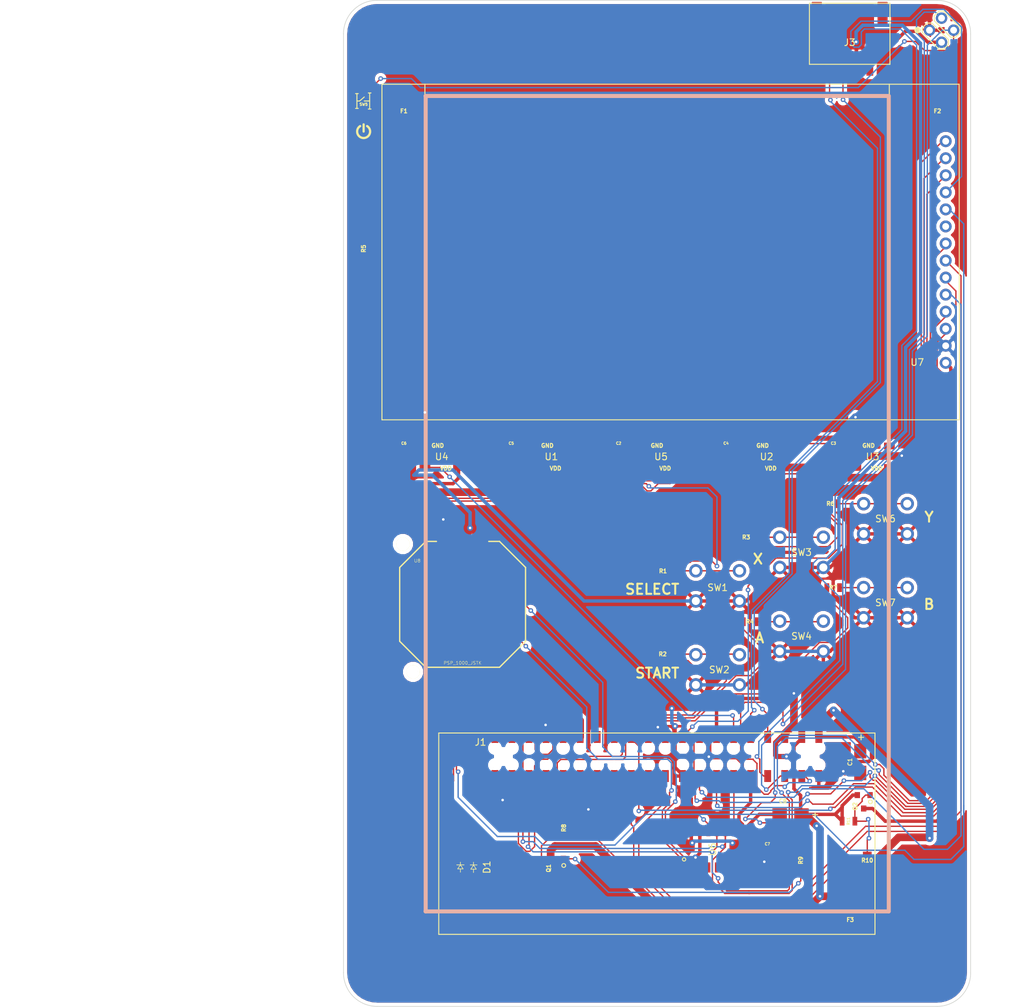
<source format=kicad_pcb>
(kicad_pcb (version 20171130) (host pcbnew "(5.0.0-3-g5ebb6b6)")
  (layers (0 F.Cu signal) (31 B.Cu signal) (34 B.Paste user) (35 F.Paste user) (36 B.SilkS user) (37 F.SilkS user) (38 B.Mask user) (39 F.Mask user) (44 Edge.Cuts user))
  (net 0 "")
  (net 1 +5V)
  (net 2 GND)
  (net 3 +5V_LIGHTS)
  (net 4 +3V3)
  (net 5 /SDA)
  (net 6 /PWR_ON_OFF)
  (net 7 /CS_TOUCH)
  (net 8 /SPI1_CE1)
  (net 9 /LED_DATA)
  (net 10 /LCD_RESET)
  (net 11 /LCD_DC)
  (net 12 /LCD_BKLT)
  (net 13 /Y_B)
  (net 14 /SPI0_MOSI)
  (net 15 /B_B)
  (net 16 /SPI0_SCK)
  (net 17 /SPI0_CE0)
  (net 18 /~LCD_ON)
  (net 19 /~LED_ON)
  (net 20 /X_B)
  (net 21 /SPI1_MISO)
  (net 22 /SELECT_B)
  (net 23 /START_B)
  (net 24 /SPI1_MOSI)
  (net 25 /SPI1_SCK)
  (net 26 /A_B)
  (net 27 "Net-(Q1-Pad1)")
  (net 28 "Net-(Q2-Pad1)")
  (net 29 +5V_LCD)
  (net 30 "Net-(R1-Pad1)")
  (net 31 "Net-(R2-Pad1)")
  (net 32 "Net-(R3-Pad1)")
  (net 33 "Net-(R4-Pad1)")
  (net 34 "Net-(R5-Pad1)")
  (net 35 "Net-(R6-Pad1)")
  (net 36 "Net-(R7-Pad1)")
  (net 37 "Net-(U1-Pad4)")
  (net 38 "Net-(U1-Pad2)")
  (net 39 "Net-(U2-Pad4)")
  (net 40 "Net-(U2-Pad2)")
  (net 41 /IRQ_TOUCH)
  (net 42 "Net-(U6-Pad2)")
  (net 43 "Net-(U6-Pad1)")
  (net 44 /Tx)
  (net 45 /Rx)
  (net 46 /LED1_PWR)
  (module HackPack_Footprints:TS-1109_6.2mm_Push (layer F.Cu) (at 75.75 127.275)
    (fp_text reference SW1 (at 0 0.225) (layer F.SilkS))
    (fp_text value SEL_B)
    (pad 1 thru_hole circle (at 3.25 -2.275 90) (size 2 2) (drill 1.2) (layers *.Cu *.Mask) (net 30 "Net-(R1-Pad1)"))
    (pad 2 thru_hole circle (at 3.25 2.225 90) (size 2 2) (drill 1.2) (layers *.Cu *.Mask) (net 4 +3V3))
    (pad 1 thru_hole circle (at -3.25 -2.275 90) (size 2 2) (drill 1.2) (layers *.Cu *.Mask) (net 30 "Net-(R1-Pad1)"))
    (pad 2 thru_hole circle (at -3.25 2.225 90) (size 2 2) (drill 1.2) (layers *.Cu *.Mask) (net 4 +3V3))
  )
  (module HackPack_Footprints:TS-1109_6.2mm_Push (layer F.Cu) (at 88.25 122.275)
    (fp_text reference SW3 (at 0 -0.025) (layer F.SilkS))
    (fp_text value X_B)
    (pad 1 thru_hole circle (at 3.25 -2.275 90) (size 2 2) (drill 1.2) (layers *.Cu *.Mask) (net 32 "Net-(R3-Pad1)"))
    (pad 2 thru_hole circle (at 3.25 2.225 90) (size 2 2) (drill 1.2) (layers *.Cu *.Mask) (net 4 +3V3))
    (pad 1 thru_hole circle (at -3.25 -2.275 90) (size 2 2) (drill 1.2) (layers *.Cu *.Mask) (net 32 "Net-(R3-Pad1)"))
    (pad 2 thru_hole circle (at -3.25 2.225 90) (size 2 2) (drill 1.2) (layers *.Cu *.Mask) (net 4 +3V3))
  )
  (module HackPack_Footprints:TS-1109_6.2mm_Push (layer F.Cu) (at 75.75 139.775)
    (fp_text reference SW2 (at 0.25 -0.025) (layer F.SilkS))
    (fp_text value START_B)
    (pad 1 thru_hole circle (at 3.25 -2.275 90) (size 2 2) (drill 1.2) (layers *.Cu *.Mask) (net 31 "Net-(R2-Pad1)"))
    (pad 2 thru_hole circle (at 3.25 2.225 90) (size 2 2) (drill 1.2) (layers *.Cu *.Mask) (net 4 +3V3))
    (pad 1 thru_hole circle (at -3.25 -2.275 90) (size 2 2) (drill 1.2) (layers *.Cu *.Mask) (net 31 "Net-(R2-Pad1)"))
    (pad 2 thru_hole circle (at -3.25 2.225 90) (size 2 2) (drill 1.2) (layers *.Cu *.Mask) (net 4 +3V3))
  )
  (module HackPack_Footprints:TS-1109_6.2mm_Push (layer F.Cu) (at 88.25 134.775)
    (fp_text reference SW4 (at 0 -0.025) (layer F.SilkS))
    (fp_text value A_B)
    (pad 1 thru_hole circle (at 3.25 -2.275 90) (size 2 2) (drill 1.2) (layers *.Cu *.Mask) (net 33 "Net-(R4-Pad1)"))
    (pad 2 thru_hole circle (at 3.25 2.225 90) (size 2 2) (drill 1.2) (layers *.Cu *.Mask) (net 4 +3V3))
    (pad 1 thru_hole circle (at -3.25 -2.275 90) (size 2 2) (drill 1.2) (layers *.Cu *.Mask) (net 33 "Net-(R4-Pad1)"))
    (pad 2 thru_hole circle (at -3.25 2.225 90) (size 2 2) (drill 1.2) (layers *.Cu *.Mask) (net 4 +3V3))
  )
  (module HackPack_Footprints:TS-1109_6.2mm_Push (layer F.Cu) (at 100.75 117.275)
    (fp_text reference SW6 (at 0 -0.025) (layer F.SilkS))
    (fp_text value Y_B)
    (pad 1 thru_hole circle (at 3.25 -2.275 90) (size 2 2) (drill 1.2) (layers *.Cu *.Mask) (net 35 "Net-(R6-Pad1)"))
    (pad 2 thru_hole circle (at 3.25 2.225 90) (size 2 2) (drill 1.2) (layers *.Cu *.Mask) (net 4 +3V3))
    (pad 1 thru_hole circle (at -3.25 -2.275 90) (size 2 2) (drill 1.2) (layers *.Cu *.Mask) (net 35 "Net-(R6-Pad1)"))
    (pad 2 thru_hole circle (at -3.25 2.225 90) (size 2 2) (drill 1.2) (layers *.Cu *.Mask) (net 4 +3V3))
  )
  (module HackPack_Footprints:TS-1109_6.2mm_Push (layer F.Cu) (at 100.75 129.775)
    (fp_text reference SW7 (at 0 -0.025) (layer F.SilkS))
    (fp_text value B_B)
    (pad 1 thru_hole circle (at 3.25 -2.275 90) (size 2 2) (drill 1.2) (layers *.Cu *.Mask) (net 36 "Net-(R7-Pad1)"))
    (pad 2 thru_hole circle (at 3.25 2.225 90) (size 2 2) (drill 1.2) (layers *.Cu *.Mask) (net 4 +3V3))
    (pad 1 thru_hole circle (at -3.25 -2.275 90) (size 2 2) (drill 1.2) (layers *.Cu *.Mask) (net 36 "Net-(R7-Pad1)"))
    (pad 2 thru_hole circle (at -3.25 2.225 90) (size 2 2) (drill 1.2) (layers *.Cu *.Mask) (net 4 +3V3))
  )
  (module HackPack_Footprints:LED_WS2812B-PLCC4 (layer F.Cu) (at 50.975 108 180)
    (fp_text reference U1 (at 0 0 180) (layer F.SilkS))
    (fp_text value WS2812B)
    (fp_text user VDD (at -0.62 -1.74 180) (layer F.SilkS) (effects (font (size 0.6 0.6))))
    (fp_text user GND (at 0.6 1.65 180) (layer F.SilkS) (effects (font (size 0.6 0.6))))
    (pad 1 smd rect (at -2.5 -1.6 180) (size 1.6 1) (layers F.Cu F.Paste F.Mask) (net 3 +5V_LIGHTS))
    (pad 2 smd rect (at -2.5 1.6 180) (size 1.6 1) (layers F.Cu F.Paste F.Mask) (net 38 "Net-(U1-Pad2)"))
    (pad 4 smd rect (at 2.5 -1.6 180) (size 1.6 1) (layers F.Cu F.Paste F.Mask) (net 37 "Net-(U1-Pad4)"))
    (pad 3 smd rect (at 2.5 1.6 180) (size 1.6 1) (layers F.Cu F.Paste F.Mask) (net 2 GND))
  )
  (module HackPack_Footprints:LED_WS2812B-PLCC4 (layer F.Cu) (at 83.05 108 180)
    (fp_text reference U2 (at 0 0 180) (layer F.SilkS))
    (fp_text value WS2812B)
    (fp_text user VDD (at -0.62 -1.74 180) (layer F.SilkS) (effects (font (size 0.6 0.6))))
    (fp_text user GND (at 0.6 1.65 180) (layer F.SilkS) (effects (font (size 0.6 0.6))))
    (pad 1 smd rect (at -2.5 -1.6 180) (size 1.6 1) (layers F.Cu F.Paste F.Mask) (net 3 +5V_LIGHTS))
    (pad 2 smd rect (at -2.5 1.6 180) (size 1.6 1) (layers F.Cu F.Paste F.Mask) (net 40 "Net-(U2-Pad2)"))
    (pad 4 smd rect (at 2.5 -1.6 180) (size 1.6 1) (layers F.Cu F.Paste F.Mask) (net 39 "Net-(U2-Pad4)"))
    (pad 3 smd rect (at 2.5 1.6 180) (size 1.6 1) (layers F.Cu F.Paste F.Mask) (net 2 GND))
  )
  (module HackPack_Footprints:LED_WS2812B-PLCC4 (layer F.Cu) (at 98.84 108 180)
    (fp_text reference U3 (at 0 0 180) (layer F.SilkS))
    (fp_text value WS2812B)
    (fp_text user VDD (at -0.62 -1.74 180) (layer F.SilkS) (effects (font (size 0.6 0.6))))
    (fp_text user GND (at 0.6 1.65 180) (layer F.SilkS) (effects (font (size 0.6 0.6))))
    (pad 1 smd rect (at -2.5 -1.6 180) (size 1.6 1) (layers F.Cu F.Paste F.Mask) (net 3 +5V_LIGHTS))
    (pad 2 smd rect (at -2.5 1.6 180) (size 1.6 1) (layers F.Cu F.Paste F.Mask))
    (pad 4 smd rect (at 2.5 -1.6 180) (size 1.6 1) (layers F.Cu F.Paste F.Mask) (net 40 "Net-(U2-Pad2)"))
    (pad 3 smd rect (at 2.5 1.6 180) (size 1.6 1) (layers F.Cu F.Paste F.Mask) (net 2 GND))
  )
  (module HackPack_Footprints:LED_WS2812B-PLCC4 (layer F.Cu) (at 34.64 108 180)
    (fp_text reference U4 (at 0 0 180) (layer F.SilkS))
    (fp_text value WS2812B)
    (fp_text user VDD (at -0.62 -1.74 180) (layer F.SilkS) (effects (font (size 0.6 0.6))))
    (fp_text user GND (at 0.6 1.65 180) (layer F.SilkS) (effects (font (size 0.6 0.6))))
    (pad 1 smd rect (at -2.5 -1.6 180) (size 1.6 1) (layers F.Cu F.Paste F.Mask) (net 46 /LED1_PWR))
    (pad 2 smd rect (at -2.5 1.6 180) (size 1.6 1) (layers F.Cu F.Paste F.Mask) (net 37 "Net-(U1-Pad4)"))
    (pad 4 smd rect (at 2.5 -1.6 180) (size 1.6 1) (layers F.Cu F.Paste F.Mask) (net 9 /LED_DATA))
    (pad 3 smd rect (at 2.5 1.6 180) (size 1.6 1) (layers F.Cu F.Paste F.Mask) (net 2 GND))
  )
  (module HackPack_Footprints:LED_WS2812B-PLCC4 (layer F.Cu) (at 67.315 108 180)
    (fp_text reference U5 (at 0 0 180) (layer F.SilkS))
    (fp_text value WS2812B)
    (fp_text user VDD (at -0.62 -1.74 180) (layer F.SilkS) (effects (font (size 0.6 0.6))))
    (fp_text user GND (at 0.6 1.65 180) (layer F.SilkS) (effects (font (size 0.6 0.6))))
    (pad 1 smd rect (at -2.5 -1.6 180) (size 1.6 1) (layers F.Cu F.Paste F.Mask) (net 3 +5V_LIGHTS))
    (pad 2 smd rect (at -2.5 1.6 180) (size 1.6 1) (layers F.Cu F.Paste F.Mask) (net 39 "Net-(U2-Pad4)"))
    (pad 4 smd rect (at 2.5 -1.6 180) (size 1.6 1) (layers F.Cu F.Paste F.Mask) (net 38 "Net-(U1-Pad2)"))
    (pad 3 smd rect (at 2.5 1.6 180) (size 1.6 1) (layers F.Cu F.Paste F.Mask) (net 2 GND))
  )
  (module HackPack_Footprints:ILI9341_TFT_LCD (layer F.Cu) (at 68.99 75.73)
    (fp_text reference U7 (at 36.5 18.21) (layer F.SilkS))
    (fp_text value ILI9341_28_TFT_LCD_TOUCH)
    (pad 14 thru_hole circle (at 40.74 -14.74) (size 1.778 1.778) (drill 1.02) (layers *.Cu *.Mask) (net 41 /IRQ_TOUCH))
    (pad 13 thru_hole circle (at 40.74 -12.2) (size 1.778 1.778) (drill 1.02) (layers *.Cu *.Mask) (net 21 /SPI1_MISO))
    (pad 12 thru_hole circle (at 40.74 -9.66) (size 1.778 1.778) (drill 1.02) (layers *.Cu *.Mask) (net 24 /SPI1_MOSI))
    (pad 11 thru_hole circle (at 40.74 -7.12) (size 1.778 1.778) (drill 1.02) (layers *.Cu *.Mask) (net 7 /CS_TOUCH))
    (pad 10 thru_hole circle (at 40.74 -4.58) (size 1.778 1.778) (drill 1.02) (layers *.Cu *.Mask) (net 25 /SPI1_SCK))
    (pad 9 thru_hole circle (at 40.74 -2.04) (size 1.778 1.778) (drill 1.02) (layers *.Cu *.Mask))
    (pad 8 thru_hole circle (at 40.74 0.5) (size 1.778 1.778) (drill 1.02) (layers *.Cu *.Mask) (net 12 /LCD_BKLT))
    (pad 7 thru_hole circle (at 40.74 3.04) (size 1.778 1.778) (drill 1.02) (layers *.Cu *.Mask) (net 16 /SPI0_SCK))
    (pad 6 thru_hole circle (at 40.74 5.58) (size 1.778 1.778) (drill 1.02) (layers *.Cu *.Mask) (net 14 /SPI0_MOSI))
    (pad 5 thru_hole circle (at 40.74 8.12) (size 1.778 1.778) (drill 1.02) (layers *.Cu *.Mask) (net 11 /LCD_DC))
    (pad 4 thru_hole circle (at 40.74 10.66) (size 1.778 1.778) (drill 1.02) (layers *.Cu *.Mask) (net 10 /LCD_RESET))
    (pad 3 thru_hole circle (at 40.74 13.2) (size 1.778 1.778) (drill 1.02) (layers *.Cu *.Mask) (net 17 /SPI0_CE0))
    (pad 2 thru_hole circle (at 40.74 15.74) (size 1.778 1.778) (drill 1.02) (layers *.Cu *.Mask) (net 2 GND))
    (pad 1 thru_hole circle (at 40.74 18.28) (size 1.778 1.778) (drill 1.02) (layers *.Cu *.Mask) (net 29 +5V_LCD))
  )
  (module HackPack_Footprints:D_SOD-123 (layer F.Cu) (at 39.37 169.164)
    (fp_text reference D1 (at 2 0 270) (layer F.SilkS))
    (fp_text value MMSD4148)
    (pad 1 smd rect (at 0 -1.65 270) (size 0.9 1.2) (layers F.Cu F.Paste F.Mask) (net 46 /LED1_PWR))
    (pad 2 smd rect (at 0 1.65 270) (size 0.9 1.2) (layers F.Cu F.Paste F.Mask) (net 3 +5V_LIGHTS))
  )
  (module HackPack_Footprints:M20-7812045 (layer F.Cu) (at 66.565 152.5)
    (fp_text reference J1 (at -26.145 -1.96) (layer F.SilkS))
    (fp_text value "Raspberry_Pi_Zero_W Header")
    (pad 40 smd rect (at -24 -2.74) (size 1.02 1.78) (layers F.Cu F.Paste F.Mask) (net 25 /SPI1_SCK))
    (pad 39 smd rect (at -24 3.08) (size 1.02 1.78) (layers F.Cu F.Paste F.Mask) (net 2 GND))
    (pad 38 smd rect (at -21.46 -2.74) (size 1.02 1.78) (layers F.Cu F.Paste F.Mask) (net 24 /SPI1_MOSI))
    (pad 37 smd rect (at -21.46 3.08) (size 1.02 1.78) (layers F.Cu F.Paste F.Mask) (net 23 /START_B))
    (pad 36 smd rect (at -18.92 -2.74) (size 1.02 1.78) (layers F.Cu F.Paste F.Mask) (net 22 /SELECT_B))
    (pad 35 smd rect (at -18.92 3.08) (size 1.02 1.78) (layers F.Cu F.Paste F.Mask) (net 21 /SPI1_MISO))
    (pad 34 smd rect (at -16.38 -2.74) (size 1.02 1.78) (layers F.Cu F.Paste F.Mask) (net 2 GND))
    (pad 33 smd rect (at -16.38 3.08) (size 1.02 1.78) (layers F.Cu F.Paste F.Mask) (net 26 /A_B))
    (pad 32 smd rect (at -13.84 -2.74) (size 1.02 1.78) (layers F.Cu F.Paste F.Mask) (net 20 /X_B))
    (pad 31 smd rect (at -13.84 3.08) (size 1.02 1.78) (layers F.Cu F.Paste F.Mask) (net 19 /~LED_ON))
    (pad 30 smd rect (at -11.3 -2.74) (size 1.02 1.78) (layers F.Cu F.Paste F.Mask) (net 2 GND))
    (pad 29 smd rect (at -11.3 3.08) (size 1.02 1.78) (layers F.Cu F.Paste F.Mask) (net 18 /~LCD_ON))
    (pad 28 smd rect (at -8.76 -2.74) (size 1.02 1.78) (layers F.Cu F.Paste F.Mask))
    (pad 27 smd rect (at -8.76 3.08) (size 1.02 1.78) (layers F.Cu F.Paste F.Mask))
    (pad 26 smd rect (at -6.22 -2.74) (size 1.02 1.78) (layers F.Cu F.Paste F.Mask))
    (pad 25 smd rect (at -6.22 3.08) (size 1.02 1.78) (layers F.Cu F.Paste F.Mask) (net 2 GND))
    (pad 24 smd rect (at -3.68 -2.74) (size 1.02 1.78) (layers F.Cu F.Paste F.Mask) (net 17 /SPI0_CE0))
    (pad 23 smd rect (at -3.68 3.08) (size 1.02 1.78) (layers F.Cu F.Paste F.Mask) (net 16 /SPI0_SCK))
    (pad 22 smd rect (at -1.14 -2.74) (size 1.02 1.78) (layers F.Cu F.Paste F.Mask) (net 15 /B_B))
    (pad 21 smd rect (at -1.14 3.08) (size 1.02 1.78) (layers F.Cu F.Paste F.Mask))
    (pad 20 smd rect (at 1.4 -2.74) (size 1.02 1.78) (layers F.Cu F.Paste F.Mask) (net 2 GND))
    (pad 19 smd rect (at 1.4 3.08) (size 1.02 1.78) (layers F.Cu F.Paste F.Mask) (net 14 /SPI0_MOSI))
    (pad 18 smd rect (at 3.94 -2.74) (size 1.02 1.78) (layers F.Cu F.Paste F.Mask) (net 13 /Y_B))
    (pad 17 smd rect (at 3.94 3.08) (size 1.02 1.78) (layers F.Cu F.Paste F.Mask) (net 4 +3V3))
    (pad 16 smd rect (at 6.48 -2.74) (size 1.02 1.78) (layers F.Cu F.Paste F.Mask) (net 12 /LCD_BKLT))
    (pad 15 smd rect (at 6.48 3.08) (size 1.02 1.78) (layers F.Cu F.Paste F.Mask) (net 11 /LCD_DC))
    (pad 14 smd rect (at 9.02 -2.74) (size 1.02 1.78) (layers F.Cu F.Paste F.Mask) (net 2 GND))
    (pad 13 smd rect (at 9.02 3.08) (size 1.02 1.78) (layers F.Cu F.Paste F.Mask) (net 10 /LCD_RESET))
    (pad 12 smd rect (at 11.56 -2.74) (size 1.02 1.78) (layers F.Cu F.Paste F.Mask) (net 9 /LED_DATA))
    (pad 11 smd rect (at 11.56 3.08) (size 1.02 1.78) (layers F.Cu F.Paste F.Mask) (net 8 /SPI1_CE1))
    (pad 10 smd rect (at 14.1 -2.74) (size 1.02 1.78) (layers F.Cu F.Paste F.Mask) (net 45 /Rx))
    (pad 9 smd rect (at 14.1 3.08) (size 1.02 1.78) (layers F.Cu F.Paste F.Mask) (net 2 GND))
    (pad 8 smd rect (at 16.64 -2.74) (size 1.02 1.78) (layers F.Cu F.Paste F.Mask) (net 44 /Tx))
    (pad 7 smd rect (at 16.64 3.08) (size 1.02 1.78) (layers F.Cu F.Paste F.Mask) (net 7 /CS_TOUCH))
    (pad 6 smd rect (at 19.18 -2.74) (size 1.02 1.78) (layers F.Cu F.Paste F.Mask) (net 2 GND))
    (pad 5 smd rect (at 19.18 3.08) (size 1.02 1.78) (layers F.Cu F.Paste F.Mask) (net 6 /PWR_ON_OFF))
    (pad 4 smd rect (at 21.72 -2.74) (size 1.02 1.78) (layers F.Cu F.Paste F.Mask) (net 1 +5V))
    (pad 3 smd rect (at 21.72 3.08) (size 1.02 1.78) (layers F.Cu F.Paste F.Mask) (net 5 /SDA))
    (pad 2 smd rect (at 24.26 -2.74) (size 1.02 1.78) (layers F.Cu F.Paste F.Mask) (net 1 +5V))
    (pad 1 smd rect (at 24.26 3.08) (size 1.02 1.78) (layers F.Cu F.Paste F.Mask) (net 4 +3V3))
    (pad "" np_thru_hole circle (at 24.26 1.44) (size 1.02 1.02) (drill 1.02) (layers *.Cu *.Mask))
    (pad "" np_thru_hole circle (at 21.72 1.44) (size 1.02 1.02) (drill 1.02) (layers *.Cu *.Mask))
    (pad "" np_thru_hole circle (at 19.18 1.44) (size 1.02 1.02) (drill 1.02) (layers *.Cu *.Mask))
    (pad "" np_thru_hole circle (at 16.64 1.44) (size 1.02 1.02) (drill 1.02) (layers *.Cu *.Mask))
    (pad "" np_thru_hole circle (at 14.1 1.44) (size 1.02 1.02) (drill 1.02) (layers *.Cu *.Mask))
    (pad "" np_thru_hole circle (at 11.56 1.44) (size 1.02 1.02) (drill 1.02) (layers *.Cu *.Mask))
    (pad "" np_thru_hole circle (at 9.02 1.44) (size 1.02 1.02) (drill 1.02) (layers *.Cu *.Mask))
    (pad "" np_thru_hole circle (at 6.48 1.44) (size 1.02 1.02) (drill 1.02) (layers *.Cu *.Mask))
    (pad "" np_thru_hole circle (at 3.94 1.44) (size 1.02 1.02) (drill 1.02) (layers *.Cu *.Mask))
    (pad "" np_thru_hole circle (at 1.4 1.44) (size 1.02 1.02) (drill 1.02) (layers *.Cu *.Mask))
    (pad "" np_thru_hole circle (at -1.14 1.44) (size 1.02 1.02) (drill 1.02) (layers *.Cu *.Mask))
    (pad "" np_thru_hole circle (at -3.68 1.44) (size 1.02 1.02) (drill 1.02) (layers *.Cu *.Mask))
    (pad "" np_thru_hole circle (at -6.22 1.44) (size 1.02 1.02) (drill 1.02) (layers *.Cu *.Mask))
    (pad "" np_thru_hole circle (at -8.76 1.44) (size 1.02 1.02) (drill 1.02) (layers *.Cu *.Mask))
    (pad "" np_thru_hole circle (at -11.3 1.44) (size 1.02 1.02) (drill 1.02) (layers *.Cu *.Mask))
    (pad "" np_thru_hole circle (at -13.84 1.44) (size 1.02 1.02) (drill 1.02) (layers *.Cu *.Mask))
    (pad "" np_thru_hole circle (at -16.38 1.44) (size 1.02 1.02) (drill 1.02) (layers *.Cu *.Mask))
    (pad "" np_thru_hole circle (at -18.92 1.44) (size 1.02 1.02) (drill 1.02) (layers *.Cu *.Mask))
    (pad "" np_thru_hole circle (at -21.46 1.44) (size 1.02 1.02) (drill 1.02) (layers *.Cu *.Mask))
    (pad "" np_thru_hole circle (at -24 1.44 90) (size 1.02 1.02) (drill 1.02) (layers *.Cu *.Mask))
    (pad "" np_thru_hole circle (at 24.26 -1.1) (size 1.02 1.02) (drill 1.02) (layers *.Cu *.Mask))
    (pad "" np_thru_hole circle (at 21.72 -1.1) (size 1.02 1.02) (drill 1.02) (layers *.Cu *.Mask))
    (pad "" np_thru_hole circle (at 19.18 -1.1) (size 1.02 1.02) (drill 1.02) (layers *.Cu *.Mask))
    (pad "" np_thru_hole circle (at 16.64 -1.1) (size 1.02 1.02) (drill 1.02) (layers *.Cu *.Mask))
    (pad "" np_thru_hole circle (at 14.1 -1.1) (size 1.02 1.02) (drill 1.02) (layers *.Cu *.Mask))
    (pad "" np_thru_hole circle (at 11.56 -1.1) (size 1.02 1.02) (drill 1.02) (layers *.Cu *.Mask))
    (pad "" np_thru_hole circle (at 9.02 -1.1) (size 1.02 1.02) (drill 1.02) (layers *.Cu *.Mask))
    (pad "" np_thru_hole circle (at 6.48 -1.1) (size 1.02 1.02) (drill 1.02) (layers *.Cu *.Mask))
    (pad "" np_thru_hole circle (at 3.94 -1.1) (size 1.02 1.02) (drill 1.02) (layers *.Cu *.Mask))
    (pad "" np_thru_hole circle (at 1.4 -1.1) (size 1.02 1.02) (drill 1.02) (layers *.Cu *.Mask))
    (pad "" np_thru_hole circle (at -1.14 -1.1) (size 1.02 1.02) (drill 1.02) (layers *.Cu *.Mask))
    (pad "" np_thru_hole circle (at -3.68 -1.1) (size 1.02 1.02) (drill 1.02) (layers *.Cu *.Mask))
    (pad "" np_thru_hole circle (at -6.22 -1.1) (size 1.02 1.02) (drill 1.02) (layers *.Cu *.Mask))
    (pad "" np_thru_hole circle (at -8.76 -1.1) (size 1.02 1.02) (drill 1.02) (layers *.Cu *.Mask))
    (pad "" np_thru_hole circle (at -11.3 -1.1) (size 1.02 1.02) (drill 1.02) (layers *.Cu *.Mask))
    (pad "" np_thru_hole circle (at -13.84 -1.1) (size 1.02 1.02) (drill 1.02) (layers *.Cu *.Mask))
    (pad "" np_thru_hole circle (at -16.38 -1.1) (size 1.02 1.02) (drill 1.02) (layers *.Cu *.Mask))
    (pad "" np_thru_hole circle (at -18.92 -1.1) (size 1.02 1.02) (drill 1.02) (layers *.Cu *.Mask))
    (pad "" np_thru_hole circle (at -21.46 -1.1) (size 1.02 1.02) (drill 1.02) (layers *.Cu *.Mask))
    (pad "" np_thru_hole circle (at 22.99 0.17) (size 1.8 1.8) (drill 1.8) (layers *.Cu *.Mask))
    (pad "" np_thru_hole circle (at -24 -1.1) (size 1.02 1.02) (drill 1.02) (layers *.Cu *.Mask))
    (pad "" np_thru_hole circle (at -22.73 0.17) (size 1.8 1.8) (drill 1.8) (layers *.Cu *.Mask))
  )
  (module HackPack_Footprints:CP_Tantalum_Case-B_EIA-3528-21_Wave (layer F.Cu) (at 86.614 161.29 180)
    (fp_text reference C8 (at 1.144 1.97 180) (layer F.SilkS) (effects (font (size 0.6 0.6) (thickness 0.125))))
    (fp_text value 100uF)
    (fp_text user + (at -3.666 0.03 180) (layer F.SilkS))
    (pad 1 smd rect (at -1.625 0 180) (size 2.15 1.8) (layers F.Cu F.Paste F.Mask) (net 1 +5V))
    (pad 2 smd rect (at 1.625 0 180) (size 2.15 1.8) (layers F.Cu F.Paste F.Mask) (net 2 GND))
  )
  (module HackPack_Footprints:CP_Tantalum_Case-B_EIA-3528-21_Wave (layer F.Cu) (at 97 153.5 270)
    (fp_text reference C1 (at -0.01 1.53 90) (layer F.SilkS) (effects (font (size 0.6 0.6) (thickness 0.125))))
    (fp_text value 100uF)
    (fp_text user + (at -3.69 -0.05 270) (layer F.SilkS))
    (pad 1 smd rect (at -1.625 0 270) (size 2.15 1.8) (layers F.Cu F.Paste F.Mask) (net 1 +5V))
    (pad 2 smd rect (at 1.625 0 270) (size 2.15 1.8) (layers F.Cu F.Paste F.Mask) (net 2 GND))
  )
  (module HackPack_Footprints:ALPS_SKRPABE010 (layer F.Cu) (at 23 55 90)
    (fp_text reference SW5 (at -0.5 0 180) (layer F.SilkS) (effects (font (size 0.4 0.4) (thickness 0.1))))
    (fp_text value PWR_B)
    (pad 1 smd rect (at 2.08 -1.09 90) (size 1.3 0.65) (layers F.Cu F.Paste F.Mask) (net 34 "Net-(R5-Pad1)"))
    (pad 1 smd rect (at -2.07 -1.09 90) (size 1.3 0.65) (layers F.Cu F.Paste F.Mask) (net 34 "Net-(R5-Pad1)"))
    (pad 2 smd rect (at 2.08 1.06 90) (size 1.3 0.65) (layers F.Cu F.Paste F.Mask) (net 6 /PWR_ON_OFF))
    (pad 2 smd rect (at -2.07 1.06 90) (size 1.3 0.65) (layers F.Cu F.Paste F.Mask) (net 6 /PWR_ON_OFF))
  )
  (module HackPack_Footprints:Pin_Header_Straight_2x02_Pitch2.54mm (layer F.Cu) (at 107.315 44.45 45)
    (fp_text reference J2)
    (fp_text value Conn_02x02_Odd_Even)
    (fp_text user • (at -1.25 -1.5 225) (layer F.SilkS) (effects (font (size 3 3))))
    (pad 1 thru_hole circle (at 0 0 45) (size 1.7 1.7) (drill 1.02) (layers *.Cu *.Mask) (net 4 +3V3))
    (pad 2 thru_hole oval (at 2.54 0 45) (size 1.7 1.7) (drill 1.02) (layers *.Cu *.Mask) (net 5 /SDA))
    (pad 3 thru_hole oval (at 0 2.54 45) (size 1.7 1.7) (drill 1.02) (layers *.Cu *.Mask) (net 2 GND))
    (pad 4 thru_hole oval (at 2.54 2.54 45) (size 1.7 1.7) (drill 1.02) (layers *.Cu *.Mask) (net 6 /PWR_ON_OFF))
  )
  (module HackPack_Footprints:SOT-23 (layer F.Cu) (at 97.51 159.42 270)
    (fp_text reference Q2 (at 0.68 1.28 270) (layer F.SilkS) (effects (font (size 0.6 0.6))))
    (fp_text value NCE3407A)
    (pad 1 smd rect (at -1 -0.95 270) (size 0.9 0.8) (layers F.Cu F.Paste F.Mask) (net 28 "Net-(Q2-Pad1)"))
    (pad 2 smd rect (at -1 0.95 270) (size 0.9 0.8) (layers F.Cu F.Paste F.Mask) (net 1 +5V))
    (pad 3 smd rect (at 1 0 270) (size 0.9 0.8) (layers F.Cu F.Paste F.Mask) (net 29 +5V_LCD))
  )
  (module HackPack_Footprints:SOIC-16_3.9x9.9mm_Pitch1.27mm (layer F.Cu) (at 75 166.5 90)
    (fp_text reference U6 (at 0 0 90) (layer F.SilkS))
    (fp_text value MCP3008)
    (pad 16 smd rect (at 2.7 -4.445 90) (size 1.5 0.6) (layers F.Cu F.Paste F.Mask) (net 4 +3V3))
    (pad 15 smd rect (at 2.7 -3.175 90) (size 1.5 0.6) (layers F.Cu F.Paste F.Mask) (net 4 +3V3))
    (pad 14 smd rect (at 2.7 -1.905 90) (size 1.5 0.6) (layers F.Cu F.Paste F.Mask) (net 2 GND))
    (pad 13 smd rect (at 2.7 -0.635 90) (size 1.5 0.6) (layers F.Cu F.Paste F.Mask) (net 25 /SPI1_SCK))
    (pad 12 smd rect (at 2.7 0.635 90) (size 1.5 0.6) (layers F.Cu F.Paste F.Mask) (net 21 /SPI1_MISO))
    (pad 11 smd rect (at 2.7 1.905 90) (size 1.5 0.6) (layers F.Cu F.Paste F.Mask) (net 24 /SPI1_MOSI))
    (pad 10 smd rect (at 2.7 3.175 90) (size 1.5 0.6) (layers F.Cu F.Paste F.Mask) (net 8 /SPI1_CE1))
    (pad 9 smd rect (at 2.7 4.445 90) (size 1.5 0.6) (layers F.Cu F.Paste F.Mask) (net 2 GND))
    (pad 8 smd rect (at -2.7 4.445 90) (size 1.5 0.6) (layers F.Cu F.Paste F.Mask) (net 41 /IRQ_TOUCH))
    (pad 7 smd rect (at -2.7 3.175 90) (size 1.5 0.6) (layers F.Cu F.Paste F.Mask))
    (pad 6 smd rect (at -2.7 1.905 90) (size 1.5 0.6) (layers F.Cu F.Paste F.Mask))
    (pad 5 smd rect (at -2.7 0.635 90) (size 1.5 0.6) (layers F.Cu F.Paste F.Mask))
    (pad 4 smd rect (at -2.7 -0.635 90) (size 1.5 0.6) (layers F.Cu F.Paste F.Mask))
    (pad 3 smd rect (at -2.7 -1.905 90) (size 1.5 0.6) (layers F.Cu F.Paste F.Mask))
    (pad 2 smd rect (at -2.7 -3.175 90) (size 1.5 0.6) (layers F.Cu F.Paste F.Mask) (net 42 "Net-(U6-Pad2)"))
    (pad 1 smd rect (at -2.7 -4.445 90) (size 1.5 0.6) (layers F.Cu F.Paste F.Mask) (net 43 "Net-(U6-Pad1)"))
  )
  (module HackPack_Footprints:C_0603 (layer F.Cu) (at 61 106 90)
    (fp_text reference C2 (at 0 0 180) (layer F.SilkS) (effects (font (size 0.4 0.4) (thickness 0.1))))
    (fp_text value .1uF)
    (pad 1 smd rect (at -0.75 0 90) (size 0.8 0.75) (layers F.Cu F.Paste F.Mask) (net 3 +5V_LIGHTS))
    (pad 2 smd rect (at 0.75 0 90) (size 0.8 0.75) (layers F.Cu F.Paste F.Mask) (net 2 GND))
  )
  (module HackPack_Footprints:C_0603 (layer F.Cu) (at 93 106 90)
    (fp_text reference C3 (at 0 0 180) (layer F.SilkS) (effects (font (size 0.4 0.4) (thickness 0.1))))
    (fp_text value .1uF)
    (pad 1 smd rect (at -0.75 0 90) (size 0.8 0.75) (layers F.Cu F.Paste F.Mask) (net 3 +5V_LIGHTS))
    (pad 2 smd rect (at 0.75 0 90) (size 0.8 0.75) (layers F.Cu F.Paste F.Mask) (net 2 GND))
  )
  (module HackPack_Footprints:C_0603 (layer F.Cu) (at 77 106 90)
    (fp_text reference C4 (at 0 0 180) (layer F.SilkS) (effects (font (size 0.4 0.4) (thickness 0.1))))
    (fp_text value .1uF)
    (pad 1 smd rect (at -0.75 0 90) (size 0.8 0.75) (layers F.Cu F.Paste F.Mask) (net 3 +5V_LIGHTS))
    (pad 2 smd rect (at 0.75 0 90) (size 0.8 0.75) (layers F.Cu F.Paste F.Mask) (net 2 GND))
  )
  (module HackPack_Footprints:C_0603 (layer F.Cu) (at 45 106 90)
    (fp_text reference C5 (at 0 0 180) (layer F.SilkS) (effects (font (size 0.4 0.4) (thickness 0.1))))
    (fp_text value .1uF)
    (pad 1 smd rect (at -0.75 0 90) (size 0.8 0.75) (layers F.Cu F.Paste F.Mask) (net 3 +5V_LIGHTS))
    (pad 2 smd rect (at 0.75 0 90) (size 0.8 0.75) (layers F.Cu F.Paste F.Mask) (net 2 GND))
  )
  (module HackPack_Footprints:C_0603 (layer F.Cu) (at 29 106 90)
    (fp_text reference C6 (at 0 0 -180) (layer F.SilkS) (effects (font (size 0.4 0.4) (thickness 0.1))))
    (fp_text value .1uF)
    (pad 1 smd rect (at -0.75 0 90) (size 0.8 0.75) (layers F.Cu F.Paste F.Mask) (net 46 /LED1_PWR))
    (pad 2 smd rect (at 0.75 0 90) (size 0.8 0.75) (layers F.Cu F.Paste F.Mask) (net 2 GND))
  )
  (module HackPack_Footprints:C_0603 (layer F.Cu) (at 83.1596 165.7096 270)
    (fp_text reference C7 (at 0 0) (layer F.SilkS) (effects (font (size 0.4 0.4) (thickness 0.1))))
    (fp_text value .1uF)
    (pad 1 smd rect (at -0.75 0 270) (size 0.8 0.75) (layers F.Cu F.Paste F.Mask) (net 4 +3V3))
    (pad 2 smd rect (at 0.75 0 270) (size 0.8 0.75) (layers F.Cu F.Paste F.Mask) (net 2 GND))
  )
  (module HackPack_Footprints:SOT-23 (layer F.Cu) (at 51.816 168.91 270)
    (fp_text reference Q1 (at 0.41 1.246 270) (layer F.SilkS) (effects (font (size 0.6 0.6))))
    (fp_text value NCE3407A)
    (pad 1 smd rect (at -1 -0.95 270) (size 0.9 0.8) (layers F.Cu F.Paste F.Mask) (net 27 "Net-(Q1-Pad1)"))
    (pad 2 smd rect (at -1 0.95 270) (size 0.9 0.8) (layers F.Cu F.Paste F.Mask) (net 1 +5V))
    (pad 3 smd rect (at 1 0 270) (size 0.9 0.8) (layers F.Cu F.Paste F.Mask) (net 3 +5V_LIGHTS))
  )
  (module HackPack_Footprints:R_0805 (layer F.Cu) (at 67.564 124.968 180)
    (fp_text reference R1 (at -0.045001 -0.075001 180) (layer F.SilkS) (effects (font (size 0.6 0.6))))
    (fp_text value 1k)
    (pad 1 smd rect (at -0.95 0 180) (size 0.7 1.3) (layers F.Cu F.Paste F.Mask) (net 30 "Net-(R1-Pad1)"))
    (pad 2 smd rect (at 0.95 0 180) (size 0.7 1.3) (layers F.Cu F.Paste F.Mask) (net 22 /SELECT_B))
  )
  (module HackPack_Footprints:R_0805 (layer F.Cu) (at 67.564 137.414 180)
    (fp_text reference R2 (at 0 0 180) (layer F.SilkS) (effects (font (size 0.6 0.6))))
    (fp_text value 1k)
    (pad 1 smd rect (at -0.95 0 180) (size 0.7 1.3) (layers F.Cu F.Paste F.Mask) (net 31 "Net-(R2-Pad1)"))
    (pad 2 smd rect (at 0.95 0 180) (size 0.7 1.3) (layers F.Cu F.Paste F.Mask) (net 23 /START_B))
  )
  (module HackPack_Footprints:R_0805 (layer F.Cu) (at 80 120 180)
    (fp_text reference R3 (at 0 0 180) (layer F.SilkS) (effects (font (size 0.6 0.6))))
    (fp_text value 1k)
    (pad 1 smd rect (at -0.95 0 180) (size 0.7 1.3) (layers F.Cu F.Paste F.Mask) (net 32 "Net-(R3-Pad1)"))
    (pad 2 smd rect (at 0.95 0 180) (size 0.7 1.3) (layers F.Cu F.Paste F.Mask) (net 20 /X_B))
  )
  (module HackPack_Footprints:R_0805 (layer F.Cu) (at 80.518 132.588 180)
    (fp_text reference R4 (at -0.025001 0 180) (layer F.SilkS) (effects (font (size 0.6 0.6))))
    (fp_text value 1k)
    (pad 1 smd rect (at -0.95 0 180) (size 0.7 1.3) (layers F.Cu F.Paste F.Mask) (net 33 "Net-(R4-Pad1)"))
    (pad 2 smd rect (at 0.95 0 180) (size 0.7 1.3) (layers F.Cu F.Paste F.Mask) (net 26 /A_B))
  )
  (module HackPack_Footprints:R_0805 (layer F.Cu) (at 23 77 270)
    (fp_text reference R5 (at 0 0 270) (layer F.SilkS) (effects (font (size 0.6 0.6))))
    (fp_text value 330)
    (pad 1 smd rect (at -0.95 0 270) (size 0.7 1.3) (layers F.Cu F.Paste F.Mask) (net 34 "Net-(R5-Pad1)"))
    (pad 2 smd rect (at 0.95 0 270) (size 0.7 1.3) (layers F.Cu F.Paste F.Mask) (net 2 GND))
  )
  (module HackPack_Footprints:R_0805 (layer F.Cu) (at 92.55 115 180)
    (fp_text reference R6 (at 0 0 180) (layer F.SilkS) (effects (font (size 0.6 0.6))))
    (fp_text value 1k)
    (pad 1 smd rect (at -0.95 0 180) (size 0.7 1.3) (layers F.Cu F.Paste F.Mask) (net 35 "Net-(R6-Pad1)"))
    (pad 2 smd rect (at 0.95 0 180) (size 0.7 1.3) (layers F.Cu F.Paste F.Mask) (net 13 /Y_B))
  )
  (module HackPack_Footprints:R_0805 (layer F.Cu) (at 92.964 127.508 180)
    (fp_text reference R7 (at 0 0 180) (layer F.SilkS) (effects (font (size 0.6 0.6))))
    (fp_text value 1k)
    (pad 1 smd rect (at -0.95 0 180) (size 0.7 1.3) (layers F.Cu F.Paste F.Mask) (net 36 "Net-(R7-Pad1)"))
    (pad 2 smd rect (at 0.95 0 180) (size 0.7 1.3) (layers F.Cu F.Paste F.Mask) (net 15 /B_B))
  )
  (module HackPack_Footprints:R_0805 (layer F.Cu) (at 52.832 163.322 90)
    (fp_text reference R8 (at 0 0 90) (layer F.SilkS) (effects (font (size 0.6 0.6))))
    (fp_text value 100)
    (pad 1 smd rect (at -0.95 0 90) (size 0.7 1.3) (layers F.Cu F.Paste F.Mask) (net 27 "Net-(Q1-Pad1)"))
    (pad 2 smd rect (at 0.95 0 90) (size 0.7 1.3) (layers F.Cu F.Paste F.Mask) (net 19 /~LED_ON))
  )
  (module HackPack_Footprints:R_0805 (layer F.Cu) (at 88.138 168.148 270)
    (fp_text reference R9 (at 0 0 270) (layer F.SilkS) (effects (font (size 0.6 0.6))))
    (fp_text value 10k)
    (pad 1 smd rect (at -0.95 0 270) (size 0.7 1.3) (layers F.Cu F.Paste F.Mask) (net 1 +5V))
    (pad 2 smd rect (at 0.95 0 270) (size 0.7 1.3) (layers F.Cu F.Paste F.Mask) (net 27 "Net-(Q1-Pad1)"))
  )
  (module HackPack_Footprints:R_0805 (layer F.Cu) (at 98.044 168.148 270)
    (fp_text reference R10 (at 0 0) (layer F.SilkS) (effects (font (size 0.6 0.6))))
    (fp_text value 100)
    (pad 1 smd rect (at -0.95 0 270) (size 0.7 1.3) (layers F.Cu F.Paste F.Mask) (net 28 "Net-(Q2-Pad1)"))
    (pad 2 smd rect (at 0.95 0 270) (size 0.7 1.3) (layers F.Cu F.Paste F.Mask) (net 18 /~LCD_ON))
  )
  (module HackPack_Footprints:R_0805 (layer F.Cu) (at 95.25 162.306)
    (fp_text reference R11 (at 0 0 90) (layer F.SilkS) (effects (font (size 0.4 0.4) (thickness 0.1))))
    (fp_text value 10k)
    (pad 1 smd rect (at -0.95 0) (size 0.7 1.3) (layers F.Cu F.Paste F.Mask) (net 1 +5V))
    (pad 2 smd rect (at 0.95 0) (size 0.7 1.3) (layers F.Cu F.Paste F.Mask) (net 28 "Net-(Q2-Pad1)"))
  )
  (module HackPack_Footprints:Grove_Taifeng_1125R-SMT-4P (layer F.Cu) (at 98.425 49.53 180)
    (fp_text reference J3 (at 3 3.25 180) (layer F.SilkS))
    (fp_text value Grove_UART)
    (pad "" smd rect (at 7.9 7.5 180) (size 1.5 3.6) (layers F.Cu F.Paste F.Mask))
    (pad "" smd rect (at -1.9 7.5 180) (size 1.5 3.6) (layers F.Cu F.Paste F.Mask))
    (pad 4 smd rect (at 6 0 180) (size 1.01 3.4) (layers F.Cu F.Paste F.Mask) (net 45 /Rx))
    (pad 3 smd rect (at 4 0 180) (size 1.01 3.4) (layers F.Cu F.Paste F.Mask) (net 44 /Tx))
    (pad 2 smd rect (at 2 0 180) (size 1.01 3.4) (layers F.Cu F.Paste F.Mask) (net 4 +3V3))
    (pad 1 smd rect (at 0 0 180) (size 1.01 3.4) (layers F.Cu F.Paste F.Mask) (net 2 GND))
  )
  (module HackPack_Footprints:JOYSTICK-PSP1000 (layer F.Cu) (at 37.75 130)
    (fp_text reference U8 (at -6.75 -6.5) (layer F.SilkS) (effects (font (size 0.480767 0.480767) (thickness 0.05))))
    (fp_text value PSP_1000_JSTK (at 0 8.73547) (layer F.SilkS) (effects (font (size 0.481282 0.481282) (thickness 0.05))))
    (pad "" np_thru_hole circle (at -7.375 10.06) (size 2 2) (drill 2) (layers *.Cu *.Mask F.SilkS))
    (pad "" np_thru_hole circle (at -8.89 -8.985) (size 2 2) (drill 2) (layers *.Cu *.Mask F.SilkS))
    (pad 2 smd rect (at 1 -7.75 90) (size 4.5 1.5) (layers F.Cu F.Paste F.Mask) (net 4 +3V3))
    (pad 3 smd rect (at -1 -7.75 90) (size 4.5 1.5) (layers F.Cu F.Paste F.Mask) (net 43 "Net-(U6-Pad1)"))
    (pad 1 smd rect (at 3 -7.75 90) (size 4.5 1.5) (layers F.Cu F.Paste F.Mask) (net 42 "Net-(U6-Pad2)"))
    (pad 4 smd rect (at -3 -7.75 90) (size 4.5 1.5) (layers F.Cu F.Paste F.Mask) (net 2 GND))
  )
  (module HackPack_Footprints:power_b (layer F.Cu) (at 23 59.5)
    (fp_text reference G*** hide)
    (fp_text value LOGO hide)
  )
  (module Fiducials:Fiducial_1mm_Dia_2mm_Outer (layer F.Cu) (at 27.5 55)
    (fp_text reference F1 (at 1.5 1.5) (layer F.SilkS) (effects (font (size 0.6 0.6))))
    (fp_text value Fiducial_1mm_Dia_2mm_Outer)
    (pad ~ smd circle (at 0 0) (size 1 1) (layers F.Cu F.Mask) (clearance 0.5))
  )
  (module Fiducials:Fiducial_1mm_Dia_2mm_Outer (layer F.Cu) (at 110 55)
    (fp_text reference F2 (at -1.5 1.5) (layer F.SilkS) (effects (font (size 0.6 0.6))))
    (fp_text value Fiducial_1mm_Dia_2mm_Outer)
    (pad ~ smd circle (at 0 0) (size 1 1) (layers F.Cu F.Mask) (clearance 0.5))
  )
  (module Fiducials:Fiducial_1mm_Dia_2mm_Outer (layer F.Cu) (at 97.5 177.5)
    (fp_text reference F3 (at -2 -0.5) (layer F.SilkS) (effects (font (size 0.6 0.6))))
    (fp_text value Fiducial_1mm_Dia_2mm_Outer)
    (pad ~ smd circle (at 0 0) (size 1 1) (layers F.Cu F.Mask) (clearance 0.5))
  )
  (gr_text B (at 107.25 130) (layer F.SilkS) (effects (font (size 1.5 1.5) (thickness 0.3))))
  (gr_text Y (at 107.25 117) (layer F.SilkS) (effects (font (size 1.5 1.5) (thickness 0.3))))
  (gr_text A (at 82 135) (layer F.SilkS) (effects (font (size 1.5 1.5) (thickness 0.3))))
  (gr_text X (at 81.75 123.25) (layer F.SilkS) (effects (font (size 1.5 1.5) (thickness 0.3))))
  (gr_text START (at 66.75 140.25) (layer F.SilkS) (effects (font (size 1.5 1.5) (thickness 0.3))))
  (gr_text SELECT (at 66 127.75) (layer F.SilkS) (effects (font (size 1.5 1.5) (thickness 0.3))))
  (gr_line (start 32.25 175.75) (end 32.25 54.25) (layer B.SilkS) (width 0.6))
  (gr_line (start 101.25 175.75) (end 101.25 54.25) (layer B.SilkS) (width 0.6))
  (gr_line (start 32.225 175.75) (end 101.225 175.75) (layer B.SilkS) (width 0.6))
  (gr_line (start 32.225 54.25) (end 101.225 54.25) (layer B.SilkS) (width 0.6))
  (gr_line (start 113.45 45) (end 113.45 184.9) (angle 90) (layer Edge.Cuts) (width 0.1))
  (gr_arc (start 108.45 45) (end 108.45 40) (angle 90) (layer Edge.Cuts) (width 0.1))
  (gr_line (start 25 40) (end 108.45 40) (angle 90) (layer Edge.Cuts) (width 0.1))
  (gr_arc (start 108.45 184.9) (end 113.45 184.9) (angle 90) (layer Edge.Cuts) (width 0.1))
  (gr_line (start 25 189.9) (end 108.45 189.9) (angle 90) (layer Edge.Cuts) (width 0.1))
  (gr_line (start 20 45) (end 20 184.9) (angle 90) (layer Edge.Cuts) (width 0.1))
  (gr_arc (start 25 184.9) (end 25 189.9) (angle 90) (layer Edge.Cuts) (width 0.1))
  (gr_arc (start 25 45) (end 20 45) (angle 90) (layer Edge.Cuts) (width 0.1))
  (segment (start 88.285 149.76) (end 88.285 148.189) (width 0.508) (layer F.Cu) (net 1))
  (segment (start 90.825 148.229) (end 90.825 149.76) (width 0.508) (layer F.Cu) (net 1))
  (segment (start 89.916 147.32) (end 90.825 148.229) (width 0.508) (layer F.Cu) (net 1))
  (segment (start 89.154 147.32) (end 89.916 147.32) (width 0.508) (layer F.Cu) (net 1))
  (segment (start 88.285 148.189) (end 89.154 147.32) (width 0.508) (layer F.Cu) (net 1))
  (segment (start 90.825 149.76) (end 96.166 149.76) (width 0.508) (layer F.Cu) (net 1))
  (segment (start 97 150.594) (end 97 152) (width 0.508) (layer F.Cu) (net 1))
  (segment (start 96.166 149.76) (end 97 150.594) (width 0.508) (layer F.Cu) (net 1))
  (segment (start 88.114 161.29) (end 93.25 161.29) (width 0.508) (layer F.Cu) (net 1))
  (segment (start 93.25 161.29) (end 93.284 161.29) (width 0.508) (layer F.Cu) (net 1))
  (segment (start 93.284 161.29) (end 94.3 162.306) (width 0.508) (layer F.Cu) (net 1))
  (segment (start 88.285 149.76) (end 88.285 149.967) (width 0.508) (layer F.Cu) (net 1))
  (segment (start 88.114 158.472) (end 88.114 161.29) (width 0.508) (layer F.Cu) (net 1))
  (segment (start 87.122 157.48) (end 88.114 158.472) (width 0.508) (layer F.Cu) (net 1))
  (segment (start 87.122 151.13) (end 87.122 157.48) (width 0.508) (layer F.Cu) (net 1))
  (segment (start 88.285 149.967) (end 87.122 151.13) (width 0.508) (layer F.Cu) (net 1))
  (segment (start 88.138 167.198) (end 88.138 161.314) (width 0.508) (layer F.Cu) (net 1))
  (segment (start 88.138 161.314) (end 88.114 161.29) (width 0.508) (layer F.Cu) (net 1))
  (segment (start 88.114 161.29) (end 88.79 161.29) (width 0.889) (layer F.Cu) (net 1))
  (segment (start 88.79 161.29) (end 89.5 162) (width 0.889) (layer F.Cu) (net 1))
  (segment (start 89.5 162) (end 90.5 163) (width 1.143) (layer F.Cu) (net 1))
  (via (at 90.5 163) (size 0.889) (drill 0.381) (layers F.Cu B.Cu) (net 1))
  (segment (start 90.5 163) (end 91 163.5) (width 1.143) (layer B.Cu) (net 1))
  (segment (start 91 163.5) (end 91 173.5) (width 1.143) (layer B.Cu) (net 1))
  (via (at 91 173.5) (size 0.889) (drill 0.381) (layers F.Cu B.Cu) (net 1))
  (segment (start 50.866 166.634) (end 50.866 167.91) (width 1.143) (layer F.Cu) (net 1))
  (segment (start 91 173.5) (end 88 176.5) (width 1.143) (layer F.Cu) (net 1))
  (segment (start 88 176.5) (end 68.072722 176.5) (width 1.143) (layer F.Cu) (net 1))
  (segment (start 68.072722 176.5) (end 57.572722 166) (width 1.143) (layer F.Cu) (net 1))
  (segment (start 57.572722 166) (end 51.5 166) (width 1.143) (layer F.Cu) (net 1))
  (segment (start 51.5 166) (end 50.866 166.634) (width 1.143) (layer F.Cu) (net 1))
  (segment (start 90.825 149.76) (end 90.825 147.985) (width 1.143) (layer F.Cu) (net 1))
  (segment (start 96.49 173.5) (end 91 173.5) (width 1.143) (layer F.Cu) (net 1))
  (segment (start 99.79 170.2) (end 96.49 173.5) (width 1.143) (layer F.Cu) (net 1))
  (segment (start 99.79 167.65) (end 99.79 170.2) (width 1.143) (layer F.Cu) (net 1))
  (segment (start 102.73 164.71) (end 99.79 167.65) (width 1.143) (layer F.Cu) (net 1))
  (segment (start 107.2 164.71) (end 102.73 164.71) (width 1.143) (layer F.Cu) (net 1))
  (segment (start 107.33 164.84) (end 107.2 164.71) (width 1.143) (layer F.Cu) (net 1))
  (via (at 107.33 164.84) (size 0.889) (drill 0.381) (layers F.Cu B.Cu) (net 1))
  (segment (start 107.33 160.1) (end 107.33 164.84) (width 1.143) (layer B.Cu) (net 1))
  (segment (start 93.02 145.79) (end 107.33 160.1) (width 1.143) (layer B.Cu) (net 1))
  (via (at 93.02 145.79) (size 0.889) (drill 0.381) (layers F.Cu B.Cu) (net 1))
  (segment (start 90.825 147.985) (end 93.02 145.79) (width 1.143) (layer F.Cu) (net 1))
  (segment (start 96.56 158.42) (end 95.89 158.42) (width 0.508) (layer F.Cu) (net 1))
  (segment (start 94.3 160.01) (end 94.3 160.1) (width 0.508) (layer F.Cu) (net 1))
  (segment (start 94.3 160.1) (end 94.3 162.306) (width 0.508) (layer F.Cu) (net 1))
  (segment (start 95.89 158.42) (end 94.3 160.01) (width 0.508) (layer F.Cu) (net 1))
  (segment (start 94.3 160.1) (end 94.3 160.24) (width 0.508) (layer F.Cu) (net 1))
  (segment (start 94.3 160.24) (end 93.25 161.29) (width 0.508) (layer F.Cu) (net 1))
  (segment (start 29 105.25) (end 30.99 105.25) (width 0.508) (layer F.Cu) (net 2))
  (segment (start 30.99 105.25) (end 32.14 106.4) (width 0.508) (layer F.Cu) (net 2))
  (segment (start 85.114 161.29) (end 81.955 161.29) (width 0.508) (layer F.Cu) (net 2))
  (segment (start 81.955 161.29) (end 79.445 163.8) (width 0.508) (layer F.Cu) (net 2))
  (segment (start 23 77.95) (end 23 78.88) (width 0.508) (layer F.Cu) (net 2))
  (segment (start 29 84.88) (end 29 105.25) (width 0.508) (layer F.Cu) (net 2))
  (segment (start 23 78.88) (end 29 84.88) (width 0.508) (layer F.Cu) (net 2))
  (segment (start 109.111051 46.246051) (end 107.079051 46.246051) (width 0.508) (layer F.Cu) (net 2))
  (segment (start 98.425 46.7995) (end 98.425 49.53) (width 0.508) (layer F.Cu) (net 2))
  (segment (start 98.933 46.2915) (end 98.425 46.7995) (width 0.508) (layer F.Cu) (net 2))
  (segment (start 102.0445 46.2915) (end 98.933 46.2915) (width 0.508) (layer F.Cu) (net 2))
  (segment (start 103.718221 44.617779) (end 102.0445 46.2915) (width 0.508) (layer F.Cu) (net 2))
  (segment (start 105.450779 44.617779) (end 103.718221 44.617779) (width 0.508) (layer F.Cu) (net 2))
  (segment (start 107.079051 46.246051) (end 105.450779 44.617779) (width 0.508) (layer F.Cu) (net 2))
  (segment (start 109.73 91.47) (end 109.73 91.3785) (width 0.508) (layer B.Cu) (net 2))
  (segment (start 107.569 47.788102) (end 109.111051 46.246051) (width 0.508) (layer B.Cu) (net 2))
  (segment (start 107.569 89.2175) (end 107.569 47.788102) (width 0.508) (layer B.Cu) (net 2))
  (segment (start 109.73 91.3785) (end 107.569 89.2175) (width 0.508) (layer B.Cu) (net 2))
  (segment (start 109.73 91.47) (end 106.9167 91.47) (width 1.143) (layer B.Cu) (net 2))
  (segment (start 97.8392 107.8992) (end 96.34 106.4) (width 1.143) (layer F.Cu) (net 2))
  (segment (start 103.1367 107.8992) (end 97.8392 107.8992) (width 1.143) (layer F.Cu) (net 2))
  (segment (start 103.1875 107.8484) (end 103.1367 107.8992) (width 1.143) (layer F.Cu) (net 2))
  (via (at 103.1875 107.8484) (size 0.889) (drill 0.381) (layers F.Cu B.Cu) (net 2))
  (segment (start 103.251 107.8484) (end 103.1875 107.8484) (width 1.143) (layer B.Cu) (net 2))
  (segment (start 105.7275 105.3719) (end 103.251 107.8484) (width 1.143) (layer B.Cu) (net 2))
  (segment (start 105.7275 92.6592) (end 105.7275 105.3719) (width 1.143) (layer B.Cu) (net 2))
  (segment (start 106.9167 91.47) (end 105.7275 92.6592) (width 1.143) (layer B.Cu) (net 2))
  (segment (start 75.585 145.7379) (end 75.585 149.76) (width 0.508) (layer F.Cu) (net 2))
  (segment (start 77.2922 144.0307) (end 75.585 145.7379) (width 0.508) (layer F.Cu) (net 2))
  (segment (start 84.963 144.0307) (end 84.95 144.0307) (width 0.508) (layer F.Cu) (net 2))
  (segment (start 84.95 144.0307) (end 77.2922 144.0307) (width 0.508) (layer F.Cu) (net 2))
  (segment (start 50.185 149.76) (end 50.185 148.0385) (width 0.762) (layer F.Cu) (net 2))
  (segment (start 42.565 158.008) (end 42.565 155.58) (width 0.762) (layer F.Cu) (net 2))
  (segment (start 43.7134 159.1564) (end 42.565 158.008) (width 0.762) (layer F.Cu) (net 2))
  (via (at 43.7134 159.1564) (size 0.889) (drill 0.381) (layers F.Cu B.Cu) (net 2))
  (segment (start 45.974 159.1564) (end 43.7134 159.1564) (width 0.762) (layer B.Cu) (net 2))
  (segment (start 48.8823 156.2481) (end 45.974 159.1564) (width 0.762) (layer B.Cu) (net 2))
  (segment (start 48.8823 149.1996) (end 48.8823 156.2481) (width 0.762) (layer B.Cu) (net 2))
  (segment (start 50.1142 147.9677) (end 48.8823 149.1996) (width 0.762) (layer B.Cu) (net 2))
  (via (at 50.1142 147.9677) (size 0.889) (drill 0.381) (layers F.Cu B.Cu) (net 2))
  (segment (start 50.185 148.0385) (end 50.1142 147.9677) (width 0.762) (layer F.Cu) (net 2))
  (segment (start 60.345 155.58) (end 60.345 158.8062) (width 0.762) (layer F.Cu) (net 2))
  (segment (start 52.1843 156.2481) (end 48.8823 156.2481) (width 0.762) (layer B.Cu) (net 2))
  (segment (start 56.4896 160.5534) (end 52.1843 156.2481) (width 0.762) (layer B.Cu) (net 2))
  (via (at 56.4896 160.5534) (size 0.889) (drill 0.381) (layers F.Cu B.Cu) (net 2))
  (segment (start 58.5978 160.5534) (end 56.4896 160.5534) (width 0.762) (layer F.Cu) (net 2))
  (segment (start 60.345 158.8062) (end 58.5978 160.5534) (width 0.762) (layer F.Cu) (net 2))
  (segment (start 67.965 149.76) (end 67.965 149.4228) (width 0.762) (layer F.Cu) (net 2))
  (segment (start 67.965 149.4228) (end 66.8401 148.2979) (width 0.762) (layer F.Cu) (net 2))
  (via (at 66.8401 148.2979) (size 0.889) (drill 0.381) (layers F.Cu B.Cu) (net 2))
  (segment (start 75.585 149.76) (end 75.0808 149.76) (width 0.762) (layer F.Cu) (net 2))
  (segment (start 75.0808 149.76) (end 74.4347 150.4061) (width 0.762) (layer F.Cu) (net 2))
  (segment (start 74.4347 150.4061) (end 74.4347 152.7048) (width 0.762) (layer F.Cu) (net 2))
  (segment (start 69.1261 150.5839) (end 66.8401 148.2979) (width 0.762) (layer B.Cu) (net 2))
  (via (at 74.4347 152.7048) (size 0.889) (drill 0.381) (layers F.Cu B.Cu) (net 2))
  (segment (start 74.4347 152.7048) (end 74.3712 152.6413) (width 0.762) (layer B.Cu) (net 2))
  (segment (start 74.3712 152.6413) (end 69.9643 152.6413) (width 0.762) (layer B.Cu) (net 2))
  (segment (start 69.9643 152.6413) (end 69.1261 151.8031) (width 0.762) (layer B.Cu) (net 2))
  (segment (start 69.1261 151.8031) (end 69.1261 150.5839) (width 0.762) (layer B.Cu) (net 2))
  (segment (start 80.665 155.58) (end 80.2563 155.58) (width 0.508) (layer F.Cu) (net 2))
  (segment (start 74.5744 152.8445) (end 74.4347 152.7048) (width 0.508) (layer F.Cu) (net 2))
  (segment (start 78.6003 152.8445) (end 74.5744 152.8445) (width 0.508) (layer F.Cu) (net 2))
  (segment (start 79.4131 153.6573) (end 78.6003 152.8445) (width 0.508) (layer F.Cu) (net 2))
  (segment (start 79.4131 154.7368) (end 79.4131 153.6573) (width 0.508) (layer F.Cu) (net 2))
  (segment (start 80.2563 155.58) (end 79.4131 154.7368) (width 0.508) (layer F.Cu) (net 2))
  (segment (start 79.445 163.8) (end 84.2091 163.8) (width 0.508) (layer F.Cu) (net 2))
  (segment (start 84.2091 163.8) (end 84.9884 164.5793) (width 0.508) (layer F.Cu) (net 2))
  (segment (start 84.9884 164.5793) (end 84.9884 166.116) (width 0.508) (layer F.Cu) (net 2))
  (segment (start 84.9884 166.116) (end 84.6448 166.4596) (width 0.508) (layer F.Cu) (net 2))
  (segment (start 84.6448 166.4596) (end 83.1596 166.4596) (width 0.508) (layer F.Cu) (net 2))
  (segment (start 73.095 163.8) (end 73.095 167.0747) (width 0.508) (layer F.Cu) (net 2))
  (segment (start 83.1596 167.894) (end 83.1596 166.4596) (width 0.508) (layer F.Cu) (net 2))
  (segment (start 82.7024 168.3512) (end 83.1596 167.894) (width 0.508) (layer F.Cu) (net 2))
  (via (at 82.7024 168.3512) (size 0.889) (drill 0.381) (layers F.Cu B.Cu) (net 2))
  (segment (start 78.7019 172.3517) (end 82.7024 168.3512) (width 0.508) (layer B.Cu) (net 2))
  (segment (start 74.0918 172.3517) (end 78.7019 172.3517) (width 0.508) (layer B.Cu) (net 2))
  (segment (start 72.3138 170.5737) (end 74.0918 172.3517) (width 0.508) (layer B.Cu) (net 2))
  (segment (start 72.3138 167.8559) (end 72.3138 170.5737) (width 0.508) (layer B.Cu) (net 2))
  (segment (start 72.4535 167.7162) (end 72.3138 167.8559) (width 0.508) (layer B.Cu) (net 2))
  (via (at 72.4535 167.7162) (size 0.889) (drill 0.381) (layers F.Cu B.Cu) (net 2))
  (segment (start 73.095 167.0747) (end 72.4535 167.7162) (width 0.508) (layer F.Cu) (net 2))
  (segment (start 80.665 155.58) (end 80.665 159.535) (width 0.508) (layer F.Cu) (net 2))
  (segment (start 79.445 162.785) (end 79.445 163.8) (width 0.508) (layer F.Cu) (net 2))
  (segment (start 78.93 162.27) (end 79.445 162.785) (width 0.508) (layer F.Cu) (net 2))
  (segment (start 78.93 161.27) (end 78.93 162.27) (width 0.508) (layer F.Cu) (net 2))
  (segment (start 80.665 159.535) (end 78.93 161.27) (width 0.508) (layer F.Cu) (net 2))
  (segment (start 97 155.125) (end 94.725 155.125) (width 0.762) (layer F.Cu) (net 2))
  (segment (start 85.22 149.76) (end 85.745 149.76) (width 0.762) (layer F.Cu) (net 2))
  (segment (start 84.38 150.6) (end 85.22 149.76) (width 0.762) (layer F.Cu) (net 2))
  (segment (start 84.38 152.48) (end 84.38 150.6) (width 0.762) (layer F.Cu) (net 2))
  (segment (start 84.57 152.67) (end 84.38 152.48) (width 0.762) (layer F.Cu) (net 2))
  (segment (start 86.01 152.67) (end 84.57 152.67) (width 0.762) (layer F.Cu) (net 2))
  (via (at 86.01 152.67) (size 0.889) (drill 0.381) (layers F.Cu B.Cu) (net 2))
  (segment (start 86.35 152.67) (end 86.01 152.67) (width 0.762) (layer B.Cu) (net 2))
  (segment (start 87.06 153.38) (end 86.35 152.67) (width 0.762) (layer B.Cu) (net 2))
  (segment (start 87.06 154.92) (end 87.06 153.38) (width 0.762) (layer B.Cu) (net 2))
  (segment (start 87.45 155.31) (end 87.06 154.92) (width 0.762) (layer B.Cu) (net 2))
  (segment (start 94.03 155.31) (end 87.45 155.31) (width 0.762) (layer B.Cu) (net 2))
  (segment (start 94.47 154.87) (end 94.03 155.31) (width 0.762) (layer B.Cu) (net 2))
  (via (at 94.47 154.87) (size 0.889) (drill 0.381) (layers F.Cu B.Cu) (net 2))
  (segment (start 94.725 155.125) (end 94.47 154.87) (width 0.762) (layer F.Cu) (net 2))
  (segment (start 85.745 149.76) (end 85.745 149.255) (width 1.143) (layer F.Cu) (net 2))
  (segment (start 87.12 147.88) (end 87.12 144.83) (width 1.143) (layer F.Cu) (net 2))
  (segment (start 85.745 149.255) (end 87.12 147.88) (width 1.143) (layer F.Cu) (net 2))
  (segment (start 87.11 143.26) (end 87.12 143.27) (width 1.143) (layer F.Cu) (net 2))
  (segment (start 87.12 143.27) (end 87.12 144.83) (width 1.143) (layer F.Cu) (net 2))
  (via (at 87.11 143.26) (size 0.889) (drill 0.381) (layers F.Cu B.Cu) (net 2))
  (segment (start 96.34 102.16) (end 96.34 106.4) (width 1.143) (layer F.Cu) (net 2))
  (segment (start 96.34 102.16) (end 96.29 102.11) (width 1.143) (layer F.Cu) (net 2))
  (via (at 96.29 102.11) (size 0.889) (drill 0.381) (layers F.Cu B.Cu) (net 2))
  (segment (start 96.29 102.11) (end 94.54 103.86) (width 1.143) (layer B.Cu) (net 2))
  (segment (start 94.54 103.86) (end 94.54 111.370422) (width 1.143) (layer B.Cu) (net 2))
  (segment (start 94.54 111.370422) (end 92.379796 113.530626) (width 1.143) (layer B.Cu) (net 2))
  (segment (start 92.379796 113.530626) (end 92.379796 116.120204) (width 1.143) (layer B.Cu) (net 2))
  (segment (start 92.379796 116.120204) (end 89.08 119.42) (width 1.143) (layer B.Cu) (net 2))
  (segment (start 89.08 119.42) (end 89.08 124.443018) (width 1.143) (layer B.Cu) (net 2))
  (segment (start 89.08 124.443018) (end 83.17 130.353018) (width 1.143) (layer B.Cu) (net 2))
  (segment (start 83.17 130.353018) (end 83.17 139.32) (width 1.143) (layer B.Cu) (net 2))
  (segment (start 83.17 139.32) (end 87.11 143.26) (width 1.143) (layer B.Cu) (net 2))
  (segment (start 93 105.25) (end 95.19 105.25) (width 0.762) (layer F.Cu) (net 2))
  (segment (start 95.19 105.25) (end 96.34 106.4) (width 0.762) (layer F.Cu) (net 2))
  (segment (start 93 105.25) (end 81.7 105.25) (width 0.762) (layer F.Cu) (net 2))
  (segment (start 81.7 105.25) (end 80.55 106.4) (width 0.762) (layer F.Cu) (net 2))
  (segment (start 77 105.25) (end 79.4 105.25) (width 0.762) (layer F.Cu) (net 2))
  (segment (start 79.4 105.25) (end 80.55 106.4) (width 0.762) (layer F.Cu) (net 2))
  (segment (start 77 105.25) (end 65.965 105.25) (width 0.762) (layer F.Cu) (net 2))
  (segment (start 65.965 105.25) (end 64.815 106.4) (width 0.762) (layer F.Cu) (net 2))
  (segment (start 61 105.25) (end 63.665 105.25) (width 0.762) (layer F.Cu) (net 2))
  (segment (start 63.665 105.25) (end 64.815 106.4) (width 0.762) (layer F.Cu) (net 2))
  (segment (start 61 105.25) (end 49.625 105.25) (width 0.762) (layer F.Cu) (net 2))
  (segment (start 49.625 105.25) (end 48.475 106.4) (width 0.762) (layer F.Cu) (net 2))
  (segment (start 45 105.25) (end 47.325 105.25) (width 0.762) (layer F.Cu) (net 2))
  (segment (start 47.325 105.25) (end 48.475 106.4) (width 0.762) (layer F.Cu) (net 2))
  (segment (start 45 105.25) (end 33.29 105.25) (width 0.762) (layer F.Cu) (net 2))
  (segment (start 33.29 105.25) (end 32.14 106.4) (width 0.762) (layer F.Cu) (net 2))
  (segment (start 84.95 144.0307) (end 86.3393 144.0307) (width 0.508) (layer F.Cu) (net 2))
  (segment (start 86.3393 144.0307) (end 87.11 143.26) (width 0.508) (layer F.Cu) (net 2))
  (segment (start 55.265 149.76) (end 55.265 147.345) (width 1.143) (layer F.Cu) (net 2))
  (segment (start 55.265 147.345) (end 54.13 146.21) (width 1.143) (layer F.Cu) (net 2))
  (segment (start 54.13 146.21) (end 51.58 146.21) (width 1.143) (layer F.Cu) (net 2))
  (segment (start 50.185 147.605) (end 50.185 149.76) (width 1.143) (layer F.Cu) (net 2))
  (segment (start 51.58 146.21) (end 50.185 147.605) (width 1.143) (layer F.Cu) (net 2))
  (segment (start 32.14 106.4) (end 32.14 101.41) (width 1.143) (layer F.Cu) (net 2))
  (segment (start 32.14 101.41) (end 32.13 101.4) (width 1.143) (layer F.Cu) (net 2))
  (via (at 32.13 101.4) (size 0.889) (drill 0.381) (layers F.Cu B.Cu) (net 2))
  (segment (start 32.13 101.4) (end 29.39 104.14) (width 1.143) (layer B.Cu) (net 2))
  (segment (start 29.39 104.14) (end 29.39 111.87) (width 1.143) (layer B.Cu) (net 2))
  (segment (start 29.39 111.87) (end 34.87 117.35) (width 1.143) (layer B.Cu) (net 2))
  (via (at 34.87 117.35) (size 0.889) (drill 0.381) (layers F.Cu B.Cu) (net 2))
  (segment (start 34.87 117.35) (end 34.75 117.47) (width 1.143) (layer F.Cu) (net 2))
  (segment (start 34.75 117.47) (end 34.75 122.25) (width 1.143) (layer F.Cu) (net 2))
  (segment (start 50.1142 147.9677) (end 50.0277 147.9677) (width 1.143) (layer F.Cu) (net 2))
  (segment (start 33.24 123.76) (end 34.75 122.25) (width 1.143) (layer F.Cu) (net 2))
  (segment (start 26.62 123.76) (end 33.24 123.76) (width 1.143) (layer F.Cu) (net 2))
  (segment (start 25.273006 125.106994) (end 26.62 123.76) (width 1.143) (layer F.Cu) (net 2))
  (segment (start 25.273006 147.687024) (end 25.273006 125.106994) (width 1.143) (layer F.Cu) (net 2))
  (segment (start 33.821639 156.235657) (end 25.273006 147.687024) (width 1.143) (layer F.Cu) (net 2))
  (segment (start 34.544343 156.235657) (end 33.821639 156.235657) (width 1.143) (layer F.Cu) (net 2))
  (segment (start 35.111328 155.668672) (end 34.544343 156.235657) (width 1.143) (layer F.Cu) (net 2))
  (segment (start 35.111328 151.174654) (end 35.111328 155.668672) (width 1.143) (layer F.Cu) (net 2))
  (segment (start 39.085982 147.2) (end 35.111328 151.174654) (width 1.143) (layer F.Cu) (net 2))
  (segment (start 49.26 147.2) (end 39.085982 147.2) (width 1.143) (layer F.Cu) (net 2))
  (segment (start 50.0277 147.9677) (end 49.26 147.2) (width 1.143) (layer F.Cu) (net 2))
  (segment (start 93 106.75) (end 93 108.204) (width 0.508) (layer F.Cu) (net 3))
  (segment (start 93 108.24) (end 95.885 111.125) (width 0.508) (layer F.Cu) (net 3))
  (segment (start 95.885 111.125) (end 99.815 111.125) (width 0.508) (layer F.Cu) (net 3))
  (segment (start 93 108.204) (end 93 108.24) (width 0.508) (layer F.Cu) (net 3))
  (segment (start 99.815 111.125) (end 101.34 109.6) (width 0.508) (layer F.Cu) (net 3))
  (segment (start 77 106.75) (end 77 108.115) (width 0.508) (layer F.Cu) (net 3))
  (segment (start 84.025 111.125) (end 85.55 109.6) (width 0.508) (layer F.Cu) (net 3))
  (segment (start 80.01 111.125) (end 84.025 111.125) (width 0.508) (layer F.Cu) (net 3))
  (segment (start 77 108.115) (end 80.01 111.125) (width 0.508) (layer F.Cu) (net 3))
  (segment (start 75.515 109.6) (end 77 108.115) (width 0.508) (layer F.Cu) (net 3))
  (segment (start 61 106.75) (end 61 107.99) (width 0.508) (layer F.Cu) (net 3))
  (segment (start 68.29 111.125) (end 69.815 109.6) (width 0.508) (layer F.Cu) (net 3))
  (segment (start 64.135 111.125) (end 68.29 111.125) (width 0.508) (layer F.Cu) (net 3))
  (segment (start 61 107.99) (end 64.135 111.125) (width 0.508) (layer F.Cu) (net 3))
  (segment (start 59.39 109.6) (end 61 107.99) (width 0.508) (layer F.Cu) (net 3))
  (segment (start 45 106.75) (end 45 108.5) (width 0.508) (layer F.Cu) (net 3))
  (segment (start 45 108.5) (end 47.625 111.125) (width 0.508) (layer F.Cu) (net 3))
  (segment (start 47.625 111.125) (end 51.95 111.125) (width 0.508) (layer F.Cu) (net 3))
  (segment (start 51.95 111.125) (end 53.475 109.6) (width 0.508) (layer F.Cu) (net 3))
  (segment (start 42.038 170.814) (end 42 170.814) (width 0.508) (layer F.Cu) (net 3))
  (segment (start 42 170.814) (end 39.37 170.814) (width 0.508) (layer F.Cu) (net 3))
  (segment (start 51.95 111.125) (end 45.339 111.125) (width 1.143) (layer F.Cu) (net 3))
  (segment (start 31.75 113.284) (end 43.1673 113.284) (width 1.143) (layer F.Cu) (net 3))
  (segment (start 23.114 121.92) (end 31.75 113.284) (width 1.143) (layer F.Cu) (net 3))
  (segment (start 23.114 148.59) (end 23.114 121.92) (width 1.143) (layer F.Cu) (net 3))
  (segment (start 42.434 167.91) (end 23.114 148.59) (width 1.143) (layer F.Cu) (net 3))
  (segment (start 43.1673 113.284) (end 43.18 113.284) (width 1.143) (layer F.Cu) (net 3))
  (segment (start 43.18 113.284) (end 45.339 111.125) (width 1.143) (layer F.Cu) (net 3))
  (segment (start 42.434 167.91) (end 42.434 168.934) (width 1.143) (layer F.Cu) (net 3))
  (segment (start 42.434 168.934) (end 43.41 169.91) (width 1.143) (layer F.Cu) (net 3))
  (segment (start 43.41 169.91) (end 51.816 169.91) (width 1.143) (layer F.Cu) (net 3))
  (segment (start 51.95 111.125) (end 53.475 109.6) (width 1.143) (layer F.Cu) (net 3))
  (segment (start 68.29 111.125) (end 69.815 109.6) (width 1.143) (layer F.Cu) (net 3))
  (segment (start 69.815 109.6) (end 75.515 109.6) (width 1.143) (layer F.Cu) (net 3))
  (segment (start 84.025 111.125) (end 85.55 109.6) (width 1.143) (layer F.Cu) (net 3))
  (segment (start 99.815 111.125) (end 101.34 109.6) (width 1.143) (layer F.Cu) (net 3))
  (segment (start 77.04 111.125) (end 84.025 111.125) (width 1.143) (layer F.Cu) (net 3))
  (segment (start 75.515 109.6) (end 77.04 111.125) (width 1.143) (layer F.Cu) (net 3))
  (segment (start 53.475 109.6) (end 59.39 109.6) (width 1.143) (layer F.Cu) (net 3))
  (segment (start 59.39 109.6) (end 60.915 111.125) (width 1.143) (layer F.Cu) (net 3))
  (segment (start 60.915 111.125) (end 68.29 111.125) (width 1.143) (layer F.Cu) (net 3))
  (segment (start 85.55 109.6) (end 91.314 109.6) (width 1.143) (layer F.Cu) (net 3))
  (segment (start 92.839 111.125) (end 99.815 111.125) (width 1.143) (layer F.Cu) (net 3))
  (segment (start 91.314 109.6) (end 92.839 111.125) (width 1.143) (layer F.Cu) (net 3))
  (segment (start 93 106.75) (end 93 107.914) (width 0.508) (layer F.Cu) (net 3))
  (segment (start 93 107.914) (end 91.314 109.6) (width 0.508) (layer F.Cu) (net 3))
  (segment (start 91.314 109.6) (end 85.55 109.6) (width 0.508) (layer F.Cu) (net 3))
  (segment (start 42 170.814) (end 42.506 170.814) (width 0.508) (layer F.Cu) (net 3))
  (segment (start 42.506 170.814) (end 43.41 169.91) (width 0.508) (layer F.Cu) (net 3))
  (segment (start 97.5 132) (end 104 132) (width 0.508) (layer F.Cu) (net 4))
  (segment (start 97.5 119.5) (end 104 119.5) (width 0.508) (layer F.Cu) (net 4))
  (segment (start 91.5 137) (end 92.5 137) (width 0.508) (layer F.Cu) (net 4))
  (segment (start 92.5 137) (end 97.5 132) (width 0.508) (layer F.Cu) (net 4))
  (segment (start 91.5 124.5) (end 92.5 124.5) (width 0.508) (layer F.Cu) (net 4))
  (segment (start 92.5 124.5) (end 97.5 119.5) (width 0.508) (layer F.Cu) (net 4))
  (segment (start 79 129.5) (end 80 129.5) (width 0.508) (layer F.Cu) (net 4))
  (segment (start 80 129.5) (end 85 124.5) (width 0.508) (layer F.Cu) (net 4))
  (segment (start 79 142) (end 80 142) (width 0.508) (layer F.Cu) (net 4))
  (segment (start 80 142) (end 85 137) (width 0.508) (layer F.Cu) (net 4))
  (segment (start 72.5 129.5) (end 79 129.5) (width 0.508) (layer F.Cu) (net 4))
  (segment (start 97.5 132) (end 96.186 132) (width 0.508) (layer F.Cu) (net 4))
  (segment (start 96.186 132) (end 92.964 128.778) (width 0.508) (layer F.Cu) (net 4))
  (segment (start 92.964 128.778) (end 92.964 125.964) (width 0.508) (layer F.Cu) (net 4))
  (segment (start 92.964 125.964) (end 91.5 124.5) (width 0.508) (layer F.Cu) (net 4))
  (segment (start 85 124.5) (end 91.5 124.5) (width 0.508) (layer F.Cu) (net 4))
  (segment (start 85 137) (end 83.66 137) (width 0.508) (layer F.Cu) (net 4))
  (segment (start 80.518 131.018) (end 79 129.5) (width 0.508) (layer F.Cu) (net 4))
  (segment (start 80.518 133.858) (end 80.518 131.018) (width 0.508) (layer F.Cu) (net 4))
  (segment (start 83.66 137) (end 80.518 133.858) (width 0.508) (layer F.Cu) (net 4))
  (segment (start 70.505 155.58) (end 70.505 163.75) (width 0.508) (layer F.Cu) (net 4))
  (segment (start 70.505 163.75) (end 70.555 163.8) (width 0.508) (layer F.Cu) (net 4))
  (segment (start 70.505 155.58) (end 70.505 157.627) (width 0.508) (layer F.Cu) (net 4))
  (segment (start 71.825 158.947) (end 71.825 163.8) (width 0.508) (layer F.Cu) (net 4))
  (segment (start 70.505 157.627) (end 71.825 158.947) (width 0.508) (layer F.Cu) (net 4))
  (segment (start 55.84 129.5) (end 72.5 129.5) (width 0.508) (layer B.Cu) (net 4))
  (segment (start 36.322 109.982) (end 55.84 129.5) (width 0.508) (layer B.Cu) (net 4))
  (segment (start 31.242 109.982) (end 36.322 109.982) (width 0.508) (layer B.Cu) (net 4))
  (segment (start 30.48 110.744) (end 31.242 109.982) (width 0.508) (layer B.Cu) (net 4))
  (segment (start 30.48 110.744) (end 33.274 110.744) (width 0.508) (layer B.Cu) (net 4))
  (segment (start 38.75 118.73) (end 38.75 122.25) (width 0.508) (layer F.Cu) (net 4))
  (segment (start 38.862 118.618) (end 38.75 118.73) (width 0.508) (layer F.Cu) (net 4))
  (via (at 38.862 118.618) (size 0.889) (drill 0.381) (layers F.Cu B.Cu) (net 4))
  (segment (start 38.862 116.332) (end 38.862 118.618) (width 0.508) (layer B.Cu) (net 4))
  (segment (start 33.274 110.744) (end 38.862 116.332) (width 0.508) (layer B.Cu) (net 4))
  (segment (start 96.425 49.53) (end 96.425 46.1325) (width 0.508) (layer F.Cu) (net 4))
  (segment (start 96.425 46.1325) (end 97.155 45.4025) (width 0.508) (layer F.Cu) (net 4))
  (segment (start 97.155 45.4025) (end 101.437766 45.4025) (width 0.508) (layer F.Cu) (net 4))
  (segment (start 101.437766 45.4025) (end 103.596766 43.2435) (width 0.508) (layer F.Cu) (net 4))
  (segment (start 103.596766 43.2435) (end 106.1085 43.2435) (width 0.508) (layer F.Cu) (net 4))
  (segment (start 106.1085 43.2435) (end 107.315 44.45) (width 0.508) (layer F.Cu) (net 4))
  (segment (start 72.5 142) (end 79 142) (width 0.508) (layer B.Cu) (net 4))
  (segment (start 85 137) (end 91.5 137) (width 0.508) (layer B.Cu) (net 4))
  (segment (start 91.5 124.5) (end 91.5524 124.5) (width 0.508) (layer B.Cu) (net 4))
  (segment (start 96.425 46.2346) (end 96.425 49.53) (width 0.508) (layer F.Cu) (net 4))
  (segment (start 96.3803 46.1899) (end 96.425 46.2346) (width 0.508) (layer F.Cu) (net 4))
  (via (at 96.3803 46.1899) (size 0.889) (drill 0.381) (layers F.Cu B.Cu) (net 4))
  (segment (start 96.3803 44.704) (end 96.3803 46.1899) (width 0.508) (layer B.Cu) (net 4))
  (segment (start 97.3709 43.7134) (end 96.3803 44.704) (width 0.508) (layer B.Cu) (net 4))
  (segment (start 103.2891 43.7134) (end 97.3709 43.7134) (width 0.508) (layer B.Cu) (net 4))
  (segment (start 105.981498 46.405798) (end 103.2891 43.7134) (width 0.508) (layer B.Cu) (net 4))
  (segment (start 105.981498 89.496902) (end 105.981498 46.405798) (width 0.508) (layer B.Cu) (net 4))
  (segment (start 103.758998 91.719402) (end 105.981498 89.496902) (width 0.508) (layer B.Cu) (net 4))
  (segment (start 103.758998 104.1908) (end 103.758998 91.719402) (width 0.508) (layer B.Cu) (net 4))
  (segment (start 93.8149 114.134898) (end 103.758998 104.1908) (width 0.508) (layer B.Cu) (net 4))
  (segment (start 93.8149 122.2375) (end 93.8149 114.134898) (width 0.508) (layer B.Cu) (net 4))
  (segment (start 91.5524 124.5) (end 93.8149 122.2375) (width 0.508) (layer B.Cu) (net 4))
  (segment (start 70.505 155.58) (end 70.505 155.3918) (width 0.508) (layer F.Cu) (net 4))
  (segment (start 72.4141 142) (end 72.5 142) (width 0.508) (layer F.Cu) (net 4))
  (segment (start 68.9229 145.4912) (end 72.4141 142) (width 0.508) (layer F.Cu) (net 4))
  (via (at 68.9229 145.4912) (size 0.889) (drill 0.381) (layers F.Cu B.Cu) (net 4))
  (segment (start 68.9229 147.6629) (end 68.9229 145.4912) (width 0.508) (layer B.Cu) (net 4))
  (segment (start 69.4055 148.1455) (end 68.9229 147.6629) (width 0.508) (layer B.Cu) (net 4))
  (via (at 69.4055 148.1455) (size 0.889) (drill 0.381) (layers F.Cu B.Cu) (net 4))
  (segment (start 69.4055 154.2923) (end 69.4055 148.1455) (width 0.508) (layer F.Cu) (net 4))
  (segment (start 70.505 155.3918) (end 69.4055 154.2923) (width 0.508) (layer F.Cu) (net 4))
  (segment (start 83.1596 164.9596) (end 82.3602 164.9596) (width 0.508) (layer F.Cu) (net 4))
  (segment (start 71.825 165.3986) (end 71.825 163.8) (width 0.508) (layer F.Cu) (net 4))
  (segment (start 71.9709 165.5445) (end 71.825 165.3986) (width 0.508) (layer F.Cu) (net 4))
  (via (at 71.9709 165.5445) (size 0.889) (drill 0.381) (layers F.Cu B.Cu) (net 4))
  (segment (start 72.2376 165.2778) (end 71.9709 165.5445) (width 0.508) (layer B.Cu) (net 4))
  (segment (start 77.6732 165.2778) (end 72.2376 165.2778) (width 0.508) (layer B.Cu) (net 4))
  (segment (start 77.9526 165.5572) (end 77.6732 165.2778) (width 0.508) (layer B.Cu) (net 4))
  (via (at 77.9526 165.5572) (size 0.889) (drill 0.381) (layers F.Cu B.Cu) (net 4))
  (segment (start 81.7626 165.5572) (end 77.9526 165.5572) (width 0.508) (layer F.Cu) (net 4))
  (segment (start 82.3602 164.9596) (end 81.7626 165.5572) (width 0.508) (layer F.Cu) (net 4))
  (segment (start 71.9709 165.5445) (end 71.2597 165.5445) (width 0.508) (layer F.Cu) (net 4))
  (segment (start 70.555 164.8398) (end 70.555 163.8) (width 0.508) (layer F.Cu) (net 4))
  (segment (start 71.2597 165.5445) (end 70.555 164.8398) (width 0.508) (layer F.Cu) (net 4))
  (segment (start 98.806 152.654) (end 98.806 149.86) (width 0.508) (layer F.Cu) (net 4))
  (segment (start 90.825 155.58) (end 92.42 155.58) (width 0.508) (layer F.Cu) (net 4))
  (segment (start 98.806 149.86) (end 91.5 142.554) (width 0.508) (layer F.Cu) (net 4))
  (segment (start 91.5 142.554) (end 91.5 137) (width 0.508) (layer F.Cu) (net 4))
  (segment (start 98.806 152.654) (end 98.806 152.874) (width 0.508) (layer F.Cu) (net 4))
  (segment (start 98.806 152.874) (end 98.27 153.41) (width 0.508) (layer F.Cu) (net 4))
  (segment (start 98.27 153.41) (end 94.59 153.41) (width 0.508) (layer F.Cu) (net 4))
  (segment (start 92.42 155.58) (end 94.59 153.41) (width 0.508) (layer F.Cu) (net 4))
  (segment (start 88.285 155.58) (end 88.7272 155.58) (width 0.2032) (layer F.Cu) (net 5))
  (segment (start 81.61 157.22) (end 81.622898 157.232898) (width 0.2032) (layer F.Cu) (net 5))
  (segment (start 81.61 157.22) (end 81.61 153.71) (width 0.2032) (layer F.Cu) (net 5))
  (segment (start 82.68 158.29) (end 81.622898 157.232898) (width 0.2032) (layer F.Cu) (net 5))
  (segment (start 83.28 158.29) (end 82.68 158.29) (width 0.2032) (layer F.Cu) (net 5))
  (segment (start 83.6676 157.9024) (end 83.28 158.29) (width 0.2032) (layer F.Cu) (net 5))
  (segment (start 83.6676 157.7594) (end 83.6676 157.9024) (width 0.2032) (layer F.Cu) (net 5))
  (segment (start 83.6676 157.7594) (end 84.4169 157.0101) (width 0.2032) (layer F.Cu) (net 5))
  (segment (start 88.7272 155.58) (end 89.4842 156.337) (width 0.2032) (layer F.Cu) (net 5))
  (via (at 89.4842 156.337) (size 0.6858) (drill 0.3302) (layers F.Cu B.Cu) (net 5))
  (segment (start 89.4842 156.337) (end 89.2556 156.5656) (width 0.2032) (layer B.Cu) (net 5))
  (segment (start 89.2556 156.5656) (end 86.3727 156.5656) (width 0.2032) (layer B.Cu) (net 5))
  (segment (start 86.3727 156.5656) (end 85.7504 157.1879) (width 0.2032) (layer B.Cu) (net 5))
  (via (at 85.7504 157.1879) (size 0.6858) (drill 0.3302) (layers F.Cu B.Cu) (net 5))
  (segment (start 85.7504 157.1879) (end 85.5726 157.0101) (width 0.2032) (layer F.Cu) (net 5))
  (segment (start 85.5726 157.0101) (end 84.4169 157.0101) (width 0.2032) (layer F.Cu) (net 5))
  (segment (start 109.111051 42.653949) (end 108.214702 41.7576) (width 0.2032) (layer B.Cu) (net 5))
  (segment (start 85.4837 145.341666) (end 85.4837 147.828) (width 0.2032) (layer F.Cu) (net 5))
  (segment (start 84.731536 144.589502) (end 85.4837 145.341666) (width 0.2032) (layer F.Cu) (net 5))
  (segment (start 79.819498 144.589502) (end 84.731536 144.589502) (width 0.2032) (layer F.Cu) (net 5))
  (segment (start 79.17815 145.23085) (end 79.819498 144.589502) (width 0.2032) (layer F.Cu) (net 5))
  (segment (start 79.17815 145.23085) (end 79.17815 152.58415) (width 0.2032) (layer F.Cu) (net 5))
  (via (at 85.4837 147.828) (size 0.6858) (drill 0.3302) (layers F.Cu B.Cu) (net 5))
  (segment (start 85.4837 147.828) (end 94.399098 138.912602) (width 0.2032) (layer B.Cu) (net 5))
  (segment (start 94.399098 138.912602) (end 94.399098 114.554) (width 0.2032) (layer B.Cu) (net 5))
  (segment (start 94.399098 114.554) (end 104.3178 104.635298) (width 0.2032) (layer B.Cu) (net 5))
  (segment (start 104.3178 104.635298) (end 104.3178 92.0623) (width 0.2032) (layer B.Cu) (net 5))
  (segment (start 104.3178 92.0623) (end 106.5403 89.8398) (width 0.2032) (layer B.Cu) (net 5))
  (segment (start 106.5403 89.8398) (end 106.5403 46.0502) (width 0.2032) (layer B.Cu) (net 5))
  (segment (start 106.5403 46.0502) (end 105.3846 44.8945) (width 0.2032) (layer B.Cu) (net 5))
  (segment (start 105.3846 44.8945) (end 105.3846 42.9133) (width 0.2032) (layer B.Cu) (net 5))
  (segment (start 105.3846 42.9133) (end 106.5403 41.7576) (width 0.2032) (layer B.Cu) (net 5))
  (segment (start 106.5403 41.7576) (end 108.214702 41.7576) (width 0.2032) (layer B.Cu) (net 5))
  (segment (start 79.1718 152.5778) (end 79.17815 152.58415) (width 0.2032) (layer F.Cu) (net 5))
  (segment (start 79.17815 152.58415) (end 79.6671 153.0731) (width 0.2032) (layer F.Cu) (net 5))
  (segment (start 81.0514 153.1514) (end 81.61 153.71) (width 0.2032) (layer F.Cu) (net 5))
  (segment (start 81.61 153.71) (end 81.622898 153.722898) (width 0.2032) (layer F.Cu) (net 5))
  (segment (start 81.0514 153.0731) (end 81.0514 153.1514) (width 0.2032) (layer F.Cu) (net 5))
  (segment (start 79.6671 153.0731) (end 81.0514 153.0731) (width 0.2032) (layer F.Cu) (net 5))
  (segment (start 24.06 52.92) (end 24.06 57.07) (width 0.2032) (layer F.Cu) (net 6))
  (segment (start 110.907102 44.45) (end 109.22 44.45) (width 0.2032) (layer B.Cu) (net 6))
  (via (at 82.9945 157.607) (size 0.6858) (drill 0.3302) (layers F.Cu B.Cu) (net 6))
  (segment (start 82.296 156.9085) (end 82.9945 157.607) (width 0.2032) (layer B.Cu) (net 6))
  (segment (start 82.296 151.003) (end 82.296 156.9085) (width 0.2032) (layer B.Cu) (net 6))
  (segment (start 84.328 148.971) (end 82.296 151.003) (width 0.2032) (layer B.Cu) (net 6))
  (segment (start 85.5345 148.971) (end 84.328 148.971) (width 0.2032) (layer B.Cu) (net 6))
  (segment (start 94.8055 139.7) (end 85.5345 148.971) (width 0.2032) (layer B.Cu) (net 6))
  (segment (start 94.8055 114.7445) (end 94.8055 139.7) (width 0.2032) (layer B.Cu) (net 6))
  (segment (start 104.775 104.775) (end 94.8055 114.7445) (width 0.2032) (layer B.Cu) (net 6))
  (segment (start 104.775 92.2655) (end 104.775 104.775) (width 0.2032) (layer B.Cu) (net 6))
  (segment (start 106.9975 90.043) (end 104.775 92.2655) (width 0.2032) (layer B.Cu) (net 6))
  (segment (start 106.9975 48.8315) (end 106.9975 90.043) (width 0.2032) (layer B.Cu) (net 6))
  (segment (start 106.9975 46.6725) (end 106.9975 48.8315) (width 0.2032) (layer B.Cu) (net 6))
  (segment (start 109.22 44.45) (end 106.9975 46.6725) (width 0.2032) (layer B.Cu) (net 6))
  (segment (start 82.9945 157.607) (end 83.058 157.607) (width 0.2032) (layer F.Cu) (net 6))
  (segment (start 83.058 157.607) (end 85.085 155.58) (width 0.2032) (layer F.Cu) (net 6))
  (segment (start 85.085 155.58) (end 85.745 155.58) (width 0.2032) (layer F.Cu) (net 6))
  (segment (start 110.907102 44.45) (end 110.907102 46.252898) (width 0.2032) (layer F.Cu) (net 6))
  (segment (start 24.28 52.92) (end 24.06 52.92) (width 0.2032) (layer F.Cu) (net 6))
  (segment (start 25.54 51.66) (end 24.28 52.92) (width 0.2032) (layer F.Cu) (net 6))
  (via (at 25.54 51.66) (size 0.6858) (drill 0.3302) (layers F.Cu B.Cu) (net 6))
  (segment (start 30.12 51.66) (end 25.54 51.66) (width 0.2032) (layer B.Cu) (net 6))
  (segment (start 31.46 53) (end 30.12 51.66) (width 0.2032) (layer B.Cu) (net 6))
  (segment (start 96.7 53) (end 31.46 53) (width 0.2032) (layer B.Cu) (net 6))
  (segment (start 103.58 46.12) (end 96.7 53) (width 0.2032) (layer B.Cu) (net 6))
  (via (at 103.58 46.12) (size 0.6858) (drill 0.3302) (layers F.Cu B.Cu) (net 6))
  (segment (start 105.23 46.12) (end 103.58 46.12) (width 0.2032) (layer F.Cu) (net 6))
  (segment (start 106.59 47.48) (end 105.23 46.12) (width 0.2032) (layer F.Cu) (net 6))
  (segment (start 109.68 47.48) (end 106.59 47.48) (width 0.2032) (layer F.Cu) (net 6))
  (segment (start 110.907102 46.252898) (end 109.68 47.48) (width 0.2032) (layer F.Cu) (net 6))
  (segment (start 83.205 155.58) (end 82.6058 155.58) (width 0.2032) (layer F.Cu) (net 7))
  (segment (start 112.0902 66.2498) (end 109.73 68.61) (width 0.2032) (layer B.Cu) (net 7))
  (segment (start 112.0902 43.9801) (end 112.0902 66.2498) (width 0.2032) (layer B.Cu) (net 7))
  (segment (start 109.4486 41.3385) (end 112.0902 43.9801) (width 0.2032) (layer B.Cu) (net 7))
  (segment (start 106.3371 41.3385) (end 109.4486 41.3385) (width 0.2032) (layer B.Cu) (net 7))
  (segment (start 104.5718 43.1038) (end 106.3371 41.3385) (width 0.2032) (layer B.Cu) (net 7))
  (segment (start 97.1042 43.1038) (end 104.5718 43.1038) (width 0.2032) (layer B.Cu) (net 7))
  (segment (start 95.6056 44.6024) (end 97.1042 43.1038) (width 0.2032) (layer B.Cu) (net 7))
  (segment (start 95.6056 46.482) (end 95.6056 44.6024) (width 0.2032) (layer B.Cu) (net 7))
  (segment (start 96.1009 46.9773) (end 95.6056 46.482) (width 0.2032) (layer B.Cu) (net 7))
  (segment (start 96.7867 46.9773) (end 96.1009 46.9773) (width 0.2032) (layer B.Cu) (net 7))
  (segment (start 97.1677 46.5963) (end 96.7867 46.9773) (width 0.2032) (layer B.Cu) (net 7))
  (segment (start 97.1677 44.706866) (end 97.1677 46.5963) (width 0.2032) (layer B.Cu) (net 7))
  (segment (start 97.602364 44.272202) (end 97.1677 44.706866) (width 0.2032) (layer B.Cu) (net 7))
  (segment (start 102.997002 44.272202) (end 97.602364 44.272202) (width 0.2032) (layer B.Cu) (net 7))
  (segment (start 105.395867 46.671067) (end 102.997002 44.272202) (width 0.2032) (layer B.Cu) (net 7))
  (segment (start 105.395867 89.231629) (end 105.395867 46.671067) (width 0.2032) (layer B.Cu) (net 7))
  (segment (start 103.200196 91.4273) (end 105.395867 89.231629) (width 0.2032) (layer B.Cu) (net 7))
  (segment (start 103.200196 103.949504) (end 103.200196 91.4273) (width 0.2032) (layer B.Cu) (net 7))
  (segment (start 93.256098 113.893602) (end 103.200196 103.949504) (width 0.2032) (layer B.Cu) (net 7))
  (segment (start 93.256098 121.8184) (end 93.256098 113.893602) (width 0.2032) (layer B.Cu) (net 7))
  (segment (start 91.911331 123.163167) (end 93.256098 121.8184) (width 0.2032) (layer B.Cu) (net 7))
  (segment (start 90.692133 123.163167) (end 91.911331 123.163167) (width 0.2032) (layer B.Cu) (net 7))
  (segment (start 89.9795 123.8758) (end 90.692133 123.163167) (width 0.2032) (layer B.Cu) (net 7))
  (segment (start 89.9795 124.9934) (end 89.9795 123.8758) (width 0.2032) (layer B.Cu) (net 7))
  (segment (start 93.9546 128.9685) (end 89.9795 124.9934) (width 0.2032) (layer B.Cu) (net 7))
  (segment (start 93.9546 138.3665) (end 93.9546 128.9685) (width 0.2032) (layer B.Cu) (net 7))
  (segment (start 81.889598 150.431502) (end 93.9546 138.3665) (width 0.2032) (layer B.Cu) (net 7))
  (segment (start 81.889598 152.387302) (end 81.889598 150.431502) (width 0.2032) (layer B.Cu) (net 7))
  (segment (start 81.6102 152.6667) (end 81.889598 152.387302) (width 0.2032) (layer B.Cu) (net 7))
  (via (at 81.6102 152.6667) (size 0.6858) (drill 0.3302) (layers F.Cu B.Cu) (net 7))
  (segment (start 82.0293 153.0858) (end 81.6102 152.6667) (width 0.2032) (layer F.Cu) (net 7))
  (segment (start 82.0293 155.0035) (end 82.0293 153.0858) (width 0.2032) (layer F.Cu) (net 7))
  (segment (start 82.6058 155.58) (end 82.0293 155.0035) (width 0.2032) (layer F.Cu) (net 7))
  (segment (start 78.175 163.8) (end 78.175 155.63) (width 0.2032) (layer F.Cu) (net 8))
  (segment (start 78.175 155.63) (end 78.125 155.58) (width 0.2032) (layer F.Cu) (net 8))
  (segment (start 32.14 109.6) (end 34.416 109.6) (width 0.2032) (layer F.Cu) (net 9))
  (segment (start 78.125 146.705) (end 78.125 149.76) (width 0.2032) (layer F.Cu) (net 9))
  (segment (start 77.978 146.558) (end 78.125 146.705) (width 0.2032) (layer F.Cu) (net 9))
  (via (at 77.978 146.558) (size 0.6858) (drill 0.3302) (layers F.Cu B.Cu) (net 9))
  (segment (start 71.374 146.558) (end 77.978 146.558) (width 0.2032) (layer B.Cu) (net 9))
  (segment (start 35.814 110.998) (end 71.374 146.558) (width 0.2032) (layer B.Cu) (net 9))
  (via (at 35.814 110.998) (size 0.6858) (drill 0.3302) (layers F.Cu B.Cu) (net 9))
  (segment (start 34.416 109.6) (end 35.814 110.998) (width 0.2032) (layer F.Cu) (net 9))
  (segment (start 109.73 86.39) (end 109.73 87.12) (width 0.2032) (layer F.Cu) (net 10))
  (segment (start 75.585 159.913) (end 75.585 155.58) (width 0.2032) (layer F.Cu) (net 10))
  (segment (start 75.692 160.02) (end 75.585 159.913) (width 0.2032) (layer F.Cu) (net 10))
  (via (at 75.692 160.02) (size 0.6858) (drill 0.3302) (layers F.Cu B.Cu) (net 10))
  (segment (start 75.946 160.274) (end 75.692 160.02) (width 0.2032) (layer B.Cu) (net 10))
  (segment (start 88.138 160.274) (end 75.946 160.274) (width 0.2032) (layer B.Cu) (net 10))
  (segment (start 89.154 159.258) (end 88.138 160.274) (width 0.2032) (layer B.Cu) (net 10))
  (via (at 89.154 159.258) (size 0.6858) (drill 0.3302) (layers F.Cu B.Cu) (net 10))
  (segment (start 89.408 159.258) (end 89.154 159.258) (width 0.2032) (layer F.Cu) (net 10))
  (segment (start 89.916 159.766) (end 89.408 159.258) (width 0.2032) (layer F.Cu) (net 10))
  (segment (start 92.964 159.766) (end 89.916 159.766) (width 0.2032) (layer F.Cu) (net 10))
  (segment (start 96.012 156.718) (end 92.964 159.766) (width 0.2032) (layer F.Cu) (net 10))
  (segment (start 99.06 156.718) (end 96.012 156.718) (width 0.2032) (layer F.Cu) (net 10))
  (segment (start 103.378 161.036) (end 99.06 156.718) (width 0.2032) (layer F.Cu) (net 10))
  (segment (start 107.797598 161.036) (end 103.378 161.036) (width 0.2032) (layer F.Cu) (net 10))
  (segment (start 109.22 159.613598) (end 107.797598 161.036) (width 0.2032) (layer F.Cu) (net 10))
  (segment (start 109.22 96.266) (end 109.22 159.613598) (width 0.2032) (layer F.Cu) (net 10))
  (segment (start 107.95 94.996) (end 109.22 96.266) (width 0.2032) (layer F.Cu) (net 10))
  (segment (start 107.95 88.9) (end 107.95 94.996) (width 0.2032) (layer F.Cu) (net 10))
  (segment (start 109.73 87.12) (end 107.95 88.9) (width 0.2032) (layer F.Cu) (net 10))
  (segment (start 109.73 83.85) (end 110.52 83.85) (width 0.2032) (layer B.Cu) (net 11))
  (segment (start 103.5 163.5) (end 103.5 163.444) (width 0.2032) (layer B.Cu) (net 11))
  (segment (start 106.5 166.5) (end 103.5 163.5) (width 0.2032) (layer B.Cu) (net 11))
  (segment (start 110 166.5) (end 106.5 166.5) (width 0.2032) (layer B.Cu) (net 11))
  (segment (start 112.014 164.486) (end 110 166.5) (width 0.2032) (layer B.Cu) (net 11))
  (segment (start 112.014 160.782) (end 112.014 164.486) (width 0.2032) (layer B.Cu) (net 11))
  (segment (start 110.52 83.85) (end 112.014 85.344) (width 0.2032) (layer B.Cu) (net 11))
  (segment (start 112.014 85.344) (end 112.014 160.782) (width 0.2032) (layer B.Cu) (net 11))
  (segment (start 73.045 157.627) (end 73.045 155.58) (width 0.2032) (layer F.Cu) (net 11))
  (segment (start 73.406 157.988) (end 73.045 157.627) (width 0.2032) (layer F.Cu) (net 11))
  (via (at 73.406 157.988) (size 0.6858) (drill 0.3302) (layers F.Cu B.Cu) (net 11))
  (segment (start 74.168 158.75) (end 73.406 157.988) (width 0.2032) (layer B.Cu) (net 11))
  (segment (start 87.122 158.75) (end 74.168 158.75) (width 0.2032) (layer B.Cu) (net 11))
  (segment (start 88.392 157.48) (end 87.122 158.75) (width 0.2032) (layer B.Cu) (net 11))
  (segment (start 97.536 157.48) (end 88.392 157.48) (width 0.2032) (layer B.Cu) (net 11))
  (segment (start 103.886 163.83) (end 103.5 163.444) (width 0.2032) (layer B.Cu) (net 11))
  (segment (start 103.5 163.444) (end 97.536 157.48) (width 0.2032) (layer B.Cu) (net 11))
  (segment (start 109.73 76.23) (end 109.73 76.706) (width 0.2032) (layer F.Cu) (net 12))
  (segment (start 92.588 158.242) (end 89.154 158.242) (width 0.2032) (layer F.Cu) (net 12))
  (segment (start 94.56 156.27) (end 92.588 158.242) (width 0.2032) (layer F.Cu) (net 12))
  (via (at 94.56 156.27) (size 0.6858) (drill 0.3302) (layers F.Cu B.Cu) (net 12))
  (segment (start 97.21 156.27) (end 94.56 156.27) (width 0.2032) (layer B.Cu) (net 12))
  (segment (start 98.46 155.02) (end 97.21 156.27) (width 0.2032) (layer B.Cu) (net 12))
  (via (at 98.46 155.02) (size 0.6858) (drill 0.3302) (layers F.Cu B.Cu) (net 12))
  (segment (start 98.46 155.76) (end 98.46 155.02) (width 0.2032) (layer F.Cu) (net 12))
  (segment (start 98.91 156.21) (end 98.46 155.76) (width 0.2032) (layer F.Cu) (net 12))
  (segment (start 99.314 156.21) (end 98.91 156.21) (width 0.2032) (layer F.Cu) (net 12))
  (segment (start 109.73 76.706) (end 107.442 78.994) (width 0.2032) (layer F.Cu) (net 12))
  (segment (start 107.442 78.994) (end 107.442 95.25) (width 0.2032) (layer F.Cu) (net 12))
  (segment (start 107.442 95.25) (end 108.712 96.52) (width 0.2032) (layer F.Cu) (net 12))
  (segment (start 108.712 96.52) (end 108.712 159.359598) (width 0.2032) (layer F.Cu) (net 12))
  (segment (start 108.712 159.359598) (end 107.543598 160.528) (width 0.2032) (layer F.Cu) (net 12))
  (segment (start 107.543598 160.528) (end 103.632 160.528) (width 0.2032) (layer F.Cu) (net 12))
  (segment (start 103.632 160.528) (end 99.314 156.21) (width 0.2032) (layer F.Cu) (net 12))
  (segment (start 72.39 159.004) (end 72.39 158.2674) (width 0.2032) (layer F.Cu) (net 12))
  (segment (start 72.39 158.2674) (end 72.39 158.242) (width 0.2032) (layer F.Cu) (net 12))
  (segment (start 72.644 159.258) (end 72.39 159.004) (width 0.2032) (layer F.Cu) (net 12))
  (via (at 72.644 159.258) (size 0.6858) (drill 0.3302) (layers F.Cu B.Cu) (net 12))
  (segment (start 75.946 159.258) (end 72.644 159.258) (width 0.2032) (layer B.Cu) (net 12))
  (segment (start 76.2 159.512) (end 75.946 159.258) (width 0.2032) (layer B.Cu) (net 12))
  (segment (start 87.884 159.512) (end 76.2 159.512) (width 0.2032) (layer B.Cu) (net 12))
  (segment (start 89.154 158.242) (end 87.884 159.512) (width 0.2032) (layer B.Cu) (net 12))
  (via (at 89.154 158.242) (size 0.6858) (drill 0.3302) (layers F.Cu B.Cu) (net 12))
  (segment (start 72.39 158.2674) (end 72.39 156.7815) (width 0.2032) (layer F.Cu) (net 12))
  (segment (start 72.2249 150.5801) (end 73.045 149.76) (width 0.2032) (layer F.Cu) (net 12))
  (segment (start 72.2249 156.6164) (end 72.2249 150.5801) (width 0.2032) (layer F.Cu) (net 12))
  (segment (start 72.39 156.7815) (end 72.2249 156.6164) (width 0.2032) (layer F.Cu) (net 12))
  (segment (start 91.6 115) (end 91.6 115.4887) (width 0.2032) (layer F.Cu) (net 13))
  (segment (start 70.505 149.713) (end 70.505 149.76) (width 0.2032) (layer F.Cu) (net 13))
  (segment (start 71.9836 148.2344) (end 70.505 149.713) (width 0.2032) (layer F.Cu) (net 13))
  (via (at 71.9836 148.2344) (size 0.6858) (drill 0.3302) (layers F.Cu B.Cu) (net 13))
  (segment (start 72.7964 147.4216) (end 71.9836 148.2344) (width 0.2032) (layer B.Cu) (net 13))
  (segment (start 78.7908 147.4216) (end 72.7964 147.4216) (width 0.2032) (layer B.Cu) (net 13))
  (segment (start 80.3148 145.8976) (end 78.7908 147.4216) (width 0.2032) (layer B.Cu) (net 13))
  (segment (start 80.3148 127.889) (end 80.3148 145.8976) (width 0.2032) (layer B.Cu) (net 13))
  (segment (start 80.2767 127.8509) (end 80.3148 127.889) (width 0.2032) (layer B.Cu) (net 13))
  (via (at 80.2767 127.8509) (size 0.6858) (drill 0.3302) (layers F.Cu B.Cu) (net 13))
  (segment (start 80.2767 127.2667) (end 80.2767 127.8509) (width 0.2032) (layer F.Cu) (net 13))
  (segment (start 84.4423 123.1011) (end 80.2767 127.2667) (width 0.2032) (layer F.Cu) (net 13))
  (segment (start 92.2909 123.1011) (end 84.4423 123.1011) (width 0.2032) (layer F.Cu) (net 13))
  (segment (start 94.3229 121.0691) (end 92.2909 123.1011) (width 0.2032) (layer F.Cu) (net 13))
  (segment (start 94.3229 118.2116) (end 94.3229 121.0691) (width 0.2032) (layer F.Cu) (net 13))
  (segment (start 91.6 115.4887) (end 94.3229 118.2116) (width 0.2032) (layer F.Cu) (net 13))
  (segment (start 109.73 81.31) (end 109.73 81.79) (width 0.2032) (layer F.Cu) (net 14))
  (segment (start 67.965 159.365) (end 67.965 155.58) (width 0.2032) (layer F.Cu) (net 14))
  (segment (start 64.008 163.322) (end 67.965 159.365) (width 0.2032) (layer F.Cu) (net 14))
  (segment (start 64.008 168.91) (end 64.008 163.322) (width 0.2032) (layer F.Cu) (net 14))
  (segment (start 68.834 173.736) (end 64.008 168.91) (width 0.2032) (layer F.Cu) (net 14))
  (segment (start 87.122 173.736) (end 68.834 173.736) (width 0.2032) (layer F.Cu) (net 14))
  (segment (start 97.79 163.068) (end 87.122 173.736) (width 0.2032) (layer F.Cu) (net 14))
  (segment (start 108.712 163.068) (end 97.79 163.068) (width 0.2032) (layer F.Cu) (net 14))
  (segment (start 111.252 160.528) (end 108.712 163.068) (width 0.2032) (layer F.Cu) (net 14))
  (segment (start 111.252 83.312) (end 111.252 160.528) (width 0.2032) (layer F.Cu) (net 14))
  (segment (start 109.73 81.79) (end 111.252 83.312) (width 0.2032) (layer F.Cu) (net 14))
  (segment (start 92.014 127.508) (end 92.014 128.8694) (width 0.2032) (layer F.Cu) (net 15))
  (segment (start 65.425 148.3795) (end 65.425 149.76) (width 0.2032) (layer F.Cu) (net 15))
  (segment (start 66.4464 147.3581) (end 65.425 148.3795) (width 0.2032) (layer F.Cu) (net 15))
  (segment (start 72.39 147.3581) (end 66.4464 147.3581) (width 0.2032) (layer F.Cu) (net 15))
  (segment (start 76.4032 143.3449) (end 72.39 147.3581) (width 0.2032) (layer F.Cu) (net 15))
  (segment (start 83.2485 143.3449) (end 76.4032 143.3449) (width 0.2032) (layer F.Cu) (net 15))
  (segment (start 90.9193 135.6741) (end 83.2485 143.3449) (width 0.2032) (layer F.Cu) (net 15))
  (segment (start 92.9767 135.6741) (end 90.9193 135.6741) (width 0.2032) (layer F.Cu) (net 15))
  (segment (start 95.1357 133.5151) (end 92.9767 135.6741) (width 0.2032) (layer F.Cu) (net 15))
  (segment (start 95.1357 131.9911) (end 95.1357 133.5151) (width 0.2032) (layer F.Cu) (net 15))
  (segment (start 92.014 128.8694) (end 95.1357 131.9911) (width 0.2032) (layer F.Cu) (net 15))
  (segment (start 62.885 155.58) (end 62.885 162.808602) (width 0.2032) (layer F.Cu) (net 16))
  (segment (start 62.885 162.808602) (end 63.246 163.169602) (width 0.2032) (layer F.Cu) (net 16))
  (segment (start 63.246 163.169602) (end 63.246 169.164) (width 0.2032) (layer F.Cu) (net 16))
  (segment (start 63.246 169.164) (end 68.58 174.498) (width 0.2032) (layer F.Cu) (net 16))
  (segment (start 68.58 174.498) (end 87.376 174.498) (width 0.2032) (layer F.Cu) (net 16))
  (segment (start 87.376 174.498) (end 98.044 163.83) (width 0.2032) (layer F.Cu) (net 16))
  (segment (start 98.044 163.83) (end 108.966 163.83) (width 0.2032) (layer F.Cu) (net 16))
  (segment (start 108.966 163.83) (end 112.014 160.782) (width 0.2032) (layer F.Cu) (net 16))
  (segment (start 112.014 160.782) (end 112.014 81.054) (width 0.2032) (layer F.Cu) (net 16))
  (segment (start 112.014 81.054) (end 109.73 78.77) (width 0.2032) (layer F.Cu) (net 16))
  (segment (start 109.73 88.93) (end 109.73 89.66) (width 0.2032) (layer F.Cu) (net 17))
  (segment (start 62.885 149.76) (end 62.885 150.007) (width 0.2032) (layer F.Cu) (net 17))
  (segment (start 64.109598 160.680402) (end 64.008 160.782) (width 0.2032) (layer B.Cu) (net 17))
  (segment (start 92.329598 160.680402) (end 64.109598 160.680402) (width 0.2032) (layer B.Cu) (net 17))
  (segment (start 92.54 160.47) (end 92.329598 160.680402) (width 0.2032) (layer B.Cu) (net 17))
  (via (at 92.54 160.47) (size 0.6858) (drill 0.3302) (layers F.Cu B.Cu) (net 17))
  (segment (start 92.759 160.251) (end 92.54 160.47) (width 0.2032) (layer F.Cu) (net 17))
  (segment (start 92.759 160.251) (end 93.241 160.251) (width 0.2032) (layer F.Cu) (net 17))
  (via (at 64.008 160.782) (size 0.6858) (drill 0.3302) (layers F.Cu B.Cu) (net 17))
  (segment (start 64.008 160.782) (end 64.008 151.13) (width 0.2032) (layer F.Cu) (net 17))
  (segment (start 64.008 151.13) (end 62.885 150.007) (width 0.2032) (layer F.Cu) (net 17))
  (segment (start 96.266 157.226) (end 93.241 160.251) (width 0.2032) (layer F.Cu) (net 17))
  (segment (start 93.241 160.251) (end 93.218 160.274) (width 0.2032) (layer F.Cu) (net 17))
  (segment (start 98.806 157.226) (end 96.266 157.226) (width 0.2032) (layer F.Cu) (net 17))
  (segment (start 103.124 161.544) (end 98.806 157.226) (width 0.2032) (layer F.Cu) (net 17))
  (segment (start 107.95 161.544) (end 103.124 161.544) (width 0.2032) (layer F.Cu) (net 17))
  (segment (start 109.728 159.766) (end 107.95 161.544) (width 0.2032) (layer F.Cu) (net 17))
  (segment (start 109.728 96.012) (end 109.728 159.766) (width 0.2032) (layer F.Cu) (net 17))
  (segment (start 108.458 94.742) (end 109.728 96.012) (width 0.2032) (layer F.Cu) (net 17))
  (segment (start 108.458 90.932) (end 108.458 94.742) (width 0.2032) (layer F.Cu) (net 17))
  (segment (start 109.73 89.66) (end 108.458 90.932) (width 0.2032) (layer F.Cu) (net 17))
  (segment (start 55.265 155.58) (end 55.265 162.453) (width 0.2032) (layer F.Cu) (net 18))
  (segment (start 94.046 169.098) (end 98.044 169.098) (width 0.2032) (layer F.Cu) (net 18))
  (segment (start 87.884 175.26) (end 94.046 169.098) (width 0.2032) (layer F.Cu) (net 18))
  (segment (start 68.072 175.26) (end 87.884 175.26) (width 0.2032) (layer F.Cu) (net 18))
  (segment (start 55.265 162.453) (end 68.072 175.26) (width 0.2032) (layer F.Cu) (net 18))
  (segment (start 52.832 162.372) (end 52.832 155.687) (width 0.2032) (layer F.Cu) (net 19))
  (segment (start 52.832 155.687) (end 52.725 155.58) (width 0.2032) (layer F.Cu) (net 19))
  (segment (start 52.725 149.76) (end 52.24 149.76) (width 0.2032) (layer F.Cu) (net 20))
  (segment (start 66.898698 112.001302) (end 68.652976 112.001302) (width 0.2032) (layer F.Cu) (net 20))
  (segment (start 65.8 113.1) (end 66.898698 112.001302) (width 0.2032) (layer F.Cu) (net 20))
  (segment (start 65.25 113.1) (end 65.8 113.1) (width 0.2032) (layer F.Cu) (net 20))
  (segment (start 64.562171 112.412171) (end 65.25 113.1) (width 0.2032) (layer F.Cu) (net 20))
  (segment (start 64.287829 112.412171) (end 64.562171 112.412171) (width 0.2032) (layer F.Cu) (net 20))
  (segment (start 52.24 149.76) (end 51.2 150.8) (width 0.2032) (layer F.Cu) (net 20))
  (segment (start 51.2 150.8) (end 51.2 151.65) (width 0.2032) (layer F.Cu) (net 20))
  (segment (start 51.2 151.65) (end 50.5 152.35) (width 0.2032) (layer F.Cu) (net 20))
  (segment (start 50.5 152.35) (end 49.3 152.35) (width 0.2032) (layer F.Cu) (net 20))
  (segment (start 49.3 152.35) (end 48.55 151.6) (width 0.2032) (layer F.Cu) (net 20))
  (segment (start 48.55 151.6) (end 48.55 148.8) (width 0.2032) (layer F.Cu) (net 20))
  (segment (start 48.55 148.8) (end 47.843598 148.093598) (width 0.2032) (layer F.Cu) (net 20))
  (segment (start 47.843598 148.093598) (end 39.431662 148.093598) (width 0.2032) (layer F.Cu) (net 20))
  (segment (start 39.431662 148.093598) (end 35.98763 151.53763) (width 0.2032) (layer F.Cu) (net 20))
  (segment (start 35.98763 151.53763) (end 35.98763 156.11237) (width 0.2032) (layer F.Cu) (net 20))
  (segment (start 35.98763 156.11237) (end 34.988041 157.111959) (width 0.2032) (layer F.Cu) (net 20))
  (segment (start 34.988041 157.111959) (end 33.458663 157.111959) (width 0.2032) (layer F.Cu) (net 20))
  (segment (start 33.458663 157.111959) (end 24.396704 148.05) (width 0.2032) (layer F.Cu) (net 20))
  (segment (start 24.396704 148.05) (end 24.396704 122.478036) (width 0.2032) (layer F.Cu) (net 20))
  (segment (start 24.396704 122.478036) (end 32.268338 114.606402) (width 0.2032) (layer F.Cu) (net 20))
  (segment (start 32.268338 114.606402) (end 43.671616 114.606402) (width 0.2032) (layer F.Cu) (net 20))
  (segment (start 43.671616 114.606402) (end 45.870314 112.407704) (width 0.2032) (layer F.Cu) (net 20))
  (segment (start 45.870314 112.407704) (end 52.525 112.407704) (width 0.2032) (layer F.Cu) (net 20))
  (segment (start 52.525 112.407704) (end 54.032183 110.900521) (width 0.2032) (layer F.Cu) (net 20))
  (segment (start 54.032183 110.900521) (end 58.649479 110.900521) (width 0.2032) (layer F.Cu) (net 20))
  (segment (start 58.649479 110.900521) (end 60.161129 112.412171) (width 0.2032) (layer F.Cu) (net 20))
  (segment (start 60.161129 112.412171) (end 64.287829 112.412171) (width 0.2032) (layer F.Cu) (net 20))
  (segment (start 68.652976 112.001302) (end 70.167139 110.487139) (width 0.2032) (layer F.Cu) (net 20))
  (segment (start 70.167139 110.487139) (end 75.137139 110.487139) (width 0.2032) (layer F.Cu) (net 20))
  (segment (start 75.137139 110.487139) (end 76.7 112.05) (width 0.2032) (layer F.Cu) (net 20))
  (segment (start 76.7 112.05) (end 84.339278 112.05) (width 0.2032) (layer F.Cu) (net 20))
  (segment (start 84.339278 112.05) (end 85.839278 110.55) (width 0.2032) (layer F.Cu) (net 20))
  (segment (start 85.839278 110.55) (end 90.7 110.55) (width 0.2032) (layer F.Cu) (net 20))
  (segment (start 90.7 110.55) (end 90.9 110.75) (width 0.2032) (layer F.Cu) (net 20))
  (segment (start 90.9 110.75) (end 90.9 116.05) (width 0.2032) (layer F.Cu) (net 20))
  (segment (start 90.9 116.05) (end 91.73172 116.88172) (width 0.2032) (layer F.Cu) (net 20))
  (segment (start 91.73172 116.88172) (end 92.41828 116.88172) (width 0.2032) (layer F.Cu) (net 20))
  (segment (start 92.41828 116.88172) (end 93.916498 118.379938) (width 0.2032) (layer F.Cu) (net 20))
  (segment (start 93.916498 118.379938) (end 93.916498 119.683502) (width 0.2032) (layer F.Cu) (net 20))
  (segment (start 93.916498 119.683502) (end 92.2 121.4) (width 0.2032) (layer F.Cu) (net 20))
  (segment (start 92.2 121.4) (end 81.9 121.4) (width 0.2032) (layer F.Cu) (net 20))
  (segment (start 81.9 121.4) (end 81.5 121) (width 0.2032) (layer F.Cu) (net 20))
  (segment (start 81.5 121) (end 80.45 121) (width 0.2032) (layer F.Cu) (net 20))
  (segment (start 80.45 121) (end 79.45 120) (width 0.2032) (layer F.Cu) (net 20))
  (segment (start 79.45 120) (end 79.05 120) (width 0.2032) (layer F.Cu) (net 20))
  (segment (start 47.645 155.58) (end 47.645 165.969) (width 0.2032) (layer F.Cu) (net 21))
  (segment (start 75.635 166.173) (end 75.635 163.8) (width 0.2032) (layer F.Cu) (net 21))
  (segment (start 74.93 166.878) (end 75.635 166.173) (width 0.2032) (layer F.Cu) (net 21))
  (via (at 74.93 166.878) (size 0.6858) (drill 0.3302) (layers F.Cu B.Cu) (net 21))
  (segment (start 48.26 166.878) (end 74.93 166.878) (width 0.2032) (layer B.Cu) (net 21))
  (segment (start 47.498 166.116) (end 48.26 166.878) (width 0.2032) (layer B.Cu) (net 21))
  (via (at 47.498 166.116) (size 0.6858) (drill 0.3302) (layers F.Cu B.Cu) (net 21))
  (segment (start 47.645 165.969) (end 47.498 166.116) (width 0.2032) (layer F.Cu) (net 21))
  (segment (start 109.73 63.53) (end 109.5075 63.53) (width 0.2032) (layer F.Cu) (net 21))
  (segment (start 94.2835 149.9235) (end 91.3765 149.9235) (width 0.2032) (layer B.Cu) (net 21))
  (segment (start 98.92 154.56) (end 94.2835 149.9235) (width 0.2032) (layer B.Cu) (net 21))
  (segment (start 99.56 154.56) (end 98.92 154.56) (width 0.2032) (layer B.Cu) (net 21))
  (segment (start 99.75 154.75) (end 99.56 154.56) (width 0.2032) (layer B.Cu) (net 21))
  (via (at 99.75 154.75) (size 0.6858) (drill 0.3302) (layers F.Cu B.Cu) (net 21))
  (segment (start 99.822 154.822) (end 99.75 154.75) (width 0.2032) (layer F.Cu) (net 21))
  (segment (start 99.822 155.3845) (end 99.822 154.822) (width 0.2032) (layer F.Cu) (net 21))
  (segment (start 74.93 169.926) (end 74.93 166.878) (width 0.2032) (layer B.Cu) (net 21))
  (segment (start 75.819 170.815) (end 74.93 169.926) (width 0.2032) (layer B.Cu) (net 21))
  (via (at 75.819 170.815) (size 0.6858) (drill 0.3302) (layers F.Cu B.Cu) (net 21))
  (segment (start 75.819 171.3865) (end 75.819 170.815) (width 0.2032) (layer F.Cu) (net 21))
  (segment (start 77.101698 172.669198) (end 75.819 171.3865) (width 0.2032) (layer F.Cu) (net 21))
  (segment (start 80.400462 172.669198) (end 77.101698 172.669198) (width 0.2032) (layer F.Cu) (net 21))
  (via (at 85.2805 158.0515) (size 0.6858) (drill 0.3302) (layers F.Cu B.Cu) (net 21))
  (segment (start 84.6455 157.4165) (end 85.2805 158.0515) (width 0.2032) (layer B.Cu) (net 21))
  (segment (start 84.6455 151.1935) (end 84.6455 157.4165) (width 0.2032) (layer B.Cu) (net 21))
  (segment (start 85.9155 149.9235) (end 84.6455 151.1935) (width 0.2032) (layer B.Cu) (net 21))
  (segment (start 91.3765 149.9235) (end 85.9155 149.9235) (width 0.2032) (layer B.Cu) (net 21))
  (segment (start 104.09393 159.65643) (end 99.822 155.3845) (width 0.2032) (layer F.Cu) (net 21))
  (segment (start 107.111798 159.65643) (end 104.09393 159.65643) (width 0.2032) (layer F.Cu) (net 21))
  (segment (start 107.823 158.945228) (end 107.111798 159.65643) (width 0.2032) (layer F.Cu) (net 21))
  (segment (start 107.823 96.824802) (end 107.823 158.945228) (width 0.2032) (layer F.Cu) (net 21))
  (segment (start 106.4895 95.491302) (end 107.823 96.824802) (width 0.2032) (layer F.Cu) (net 21))
  (segment (start 106.4895 66.548) (end 106.4895 95.491302) (width 0.2032) (layer F.Cu) (net 21))
  (segment (start 109.5075 63.53) (end 106.4895 66.548) (width 0.2032) (layer F.Cu) (net 21))
  (segment (start 85.2805 158.0515) (end 85.2805 158.12524) (width 0.2032) (layer F.Cu) (net 21))
  (segment (start 85.2805 158.12524) (end 86.43 159.27474) (width 0.2032) (layer F.Cu) (net 21))
  (segment (start 86.43 159.27474) (end 86.43 172.4) (width 0.2032) (layer F.Cu) (net 21))
  (segment (start 86.43 172.4) (end 86.160802 172.669198) (width 0.2032) (layer F.Cu) (net 21))
  (segment (start 86.160802 172.669198) (end 80.400462 172.669198) (width 0.2032) (layer F.Cu) (net 21))
  (segment (start 66.700398 124.881602) (end 66.614 124.968) (width 0.2032) (layer F.Cu) (net 22))
  (segment (start 60.325 112.001302) (end 64.287829 112.001302) (width 0.2032) (layer F.Cu) (net 22))
  (segment (start 47.645 149.76) (end 47.01 149.76) (width 0.2032) (layer F.Cu) (net 22))
  (segment (start 47.01 149.76) (end 45.75 148.5) (width 0.2032) (layer F.Cu) (net 22))
  (segment (start 45.75 148.5) (end 39.6 148.5) (width 0.2032) (layer F.Cu) (net 22))
  (segment (start 39.6 148.5) (end 36.4 151.7) (width 0.2032) (layer F.Cu) (net 22))
  (segment (start 36.4 151.7) (end 36.4 156.3) (width 0.2032) (layer F.Cu) (net 22))
  (segment (start 36.4 156.3) (end 35.181639 157.518361) (width 0.2032) (layer F.Cu) (net 22))
  (segment (start 35.181639 157.518361) (end 33.281639 157.518361) (width 0.2032) (layer F.Cu) (net 22))
  (segment (start 33.281639 157.518361) (end 23.990302 148.227024) (width 0.2032) (layer F.Cu) (net 22))
  (segment (start 23.990302 148.227024) (end 23.990302 122.309698) (width 0.2032) (layer F.Cu) (net 22))
  (segment (start 23.990302 122.309698) (end 32.1 114.2) (width 0.2032) (layer F.Cu) (net 22))
  (segment (start 32.1 114.2) (end 43.503278 114.2) (width 0.2032) (layer F.Cu) (net 22))
  (segment (start 43.503278 114.2) (end 45.701976 112.001302) (width 0.2032) (layer F.Cu) (net 22))
  (segment (start 45.701976 112.001302) (end 52.312976 112.001302) (width 0.2032) (layer F.Cu) (net 22))
  (segment (start 52.312976 112.001302) (end 53.837976 110.476302) (width 0.2032) (layer F.Cu) (net 22))
  (segment (start 53.837976 110.476302) (end 58.8 110.476302) (width 0.2032) (layer F.Cu) (net 22))
  (segment (start 58.8 110.476302) (end 60.325 112.001302) (width 0.2032) (layer F.Cu) (net 22))
  (segment (start 64.287829 112.001302) (end 64.4517 112.001302) (width 0.2032) (layer F.Cu) (net 22))
  (segment (start 66.614 124.968) (end 66.682 124.968) (width 0.2032) (layer F.Cu) (net 22))
  (segment (start 64.287829 112.005769) (end 64.287829 112.001302) (width 0.2032) (layer F.Cu) (net 22))
  (segment (start 65.105769 112.005769) (end 64.287829 112.005769) (width 0.2032) (layer F.Cu) (net 22))
  (segment (start 65.5 112.4) (end 65.105769 112.005769) (width 0.2032) (layer F.Cu) (net 22))
  (via (at 65.5 112.4) (size 0.6858) (drill 0.3302) (layers F.Cu B.Cu) (net 22))
  (segment (start 65.75 112.65) (end 65.5 112.4) (width 0.2032) (layer B.Cu) (net 22))
  (segment (start 74.3 112.65) (end 65.75 112.65) (width 0.2032) (layer B.Cu) (net 22))
  (segment (start 75.65 114) (end 74.3 112.65) (width 0.2032) (layer B.Cu) (net 22))
  (segment (start 75.65 124.3) (end 75.65 114) (width 0.2032) (layer B.Cu) (net 22))
  (via (at 75.65 124.3) (size 0.6858) (drill 0.3302) (layers F.Cu B.Cu) (net 22))
  (segment (start 74.9 123.55) (end 75.65 124.3) (width 0.2032) (layer F.Cu) (net 22))
  (segment (start 71.85 123.55) (end 74.9 123.55) (width 0.2032) (layer F.Cu) (net 22))
  (segment (start 71.65 123.75) (end 71.85 123.55) (width 0.2032) (layer F.Cu) (net 22))
  (segment (start 67.9 123.75) (end 71.65 123.75) (width 0.2032) (layer F.Cu) (net 22))
  (segment (start 66.682 124.968) (end 67.9 123.75) (width 0.2032) (layer F.Cu) (net 22))
  (segment (start 66.614 137.414) (end 67.0687 137.414) (width 0.2032) (layer F.Cu) (net 23))
  (segment (start 46.0629 156.5379) (end 45.105 155.58) (width 0.2032) (layer F.Cu) (net 23))
  (segment (start 46.0629 165.6334) (end 46.0629 156.5379) (width 0.2032) (layer F.Cu) (net 23))
  (segment (start 47.2313 166.8018) (end 46.0629 165.6334) (width 0.2032) (layer F.Cu) (net 23))
  (segment (start 47.7647 166.8018) (end 47.2313 166.8018) (width 0.2032) (layer F.Cu) (net 23))
  (segment (start 48.4759 166.0906) (end 47.7647 166.8018) (width 0.2032) (layer F.Cu) (net 23))
  (segment (start 48.4759 154.0637) (end 48.4759 166.0906) (width 0.2032) (layer F.Cu) (net 23))
  (segment (start 49.4665 153.0731) (end 48.4759 154.0637) (width 0.2032) (layer F.Cu) (net 23))
  (segment (start 50.419 153.0731) (end 49.4665 153.0731) (width 0.2032) (layer F.Cu) (net 23))
  (segment (start 50.8381 152.654) (end 50.419 153.0731) (width 0.2032) (layer F.Cu) (net 23))
  (segment (start 61.214 152.654) (end 50.8381 152.654) (width 0.2032) (layer F.Cu) (net 23))
  (segment (start 61.5442 152.3238) (end 61.214 152.654) (width 0.2032) (layer F.Cu) (net 23))
  (segment (start 61.5442 148.68836) (end 61.5442 152.3238) (width 0.2032) (layer F.Cu) (net 23))
  (segment (start 63.75076 146.4818) (end 61.5442 148.68836) (width 0.2032) (layer F.Cu) (net 23))
  (segment (start 71.9582 146.4818) (end 63.75076 146.4818) (width 0.2032) (layer F.Cu) (net 23))
  (segment (start 77.0382 141.4018) (end 71.9582 146.4818) (width 0.2032) (layer F.Cu) (net 23))
  (segment (start 77.0382 140.6144) (end 77.0382 141.4018) (width 0.2032) (layer F.Cu) (net 23))
  (segment (start 76.1492 139.7254) (end 77.0382 140.6144) (width 0.2032) (layer F.Cu) (net 23))
  (segment (start 72.6694 139.7254) (end 76.1492 139.7254) (width 0.2032) (layer F.Cu) (net 23))
  (segment (start 71.3232 138.3792) (end 72.6694 139.7254) (width 0.2032) (layer F.Cu) (net 23))
  (segment (start 68.0339 138.3792) (end 71.3232 138.3792) (width 0.2032) (layer F.Cu) (net 23))
  (segment (start 67.0687 137.414) (end 68.0339 138.3792) (width 0.2032) (layer F.Cu) (net 23))
  (segment (start 45.105 149.76) (end 45.62 149.76) (width 0.2032) (layer F.Cu) (net 24))
  (segment (start 76.905 165.665) (end 76.905 163.8) (width 0.2032) (layer F.Cu) (net 24))
  (segment (start 76.454 166.116) (end 76.905 165.665) (width 0.2032) (layer F.Cu) (net 24))
  (via (at 76.454 166.116) (size 0.6858) (drill 0.3302) (layers F.Cu B.Cu) (net 24))
  (segment (start 74.676 166.116) (end 76.454 166.116) (width 0.2032) (layer B.Cu) (net 24))
  (segment (start 74.422 166.37) (end 74.676 166.116) (width 0.2032) (layer B.Cu) (net 24))
  (segment (start 49.276 166.37) (end 74.422 166.37) (width 0.2032) (layer B.Cu) (net 24))
  (segment (start 48.26 165.354) (end 49.276 166.37) (width 0.2032) (layer B.Cu) (net 24))
  (segment (start 46.736 165.354) (end 48.26 165.354) (width 0.2032) (layer B.Cu) (net 24))
  (via (at 46.736 165.354) (size 0.6858) (drill 0.3302) (layers F.Cu B.Cu) (net 24))
  (segment (start 46.736 150.876) (end 46.736 165.354) (width 0.2032) (layer F.Cu) (net 24))
  (segment (start 45.62 149.76) (end 46.736 150.876) (width 0.2032) (layer F.Cu) (net 24))
  (segment (start 76.905 166.173) (end 76.905 163.8) (width 0.2032) (layer F.Cu) (net 24))
  (segment (start 74.9808 168.0972) (end 76.905 166.173) (width 0.2032) (layer F.Cu) (net 24))
  (segment (start 74.9808 171.2468) (end 74.9808 168.0972) (width 0.2032) (layer F.Cu) (net 24))
  (segment (start 76.8096 173.0756) (end 74.9808 171.2468) (width 0.2032) (layer F.Cu) (net 24))
  (segment (start 80.5688 173.0756) (end 80.400462 173.0756) (width 0.2032) (layer F.Cu) (net 24))
  (segment (start 80.400462 173.0756) (end 76.8096 173.0756) (width 0.2032) (layer F.Cu) (net 24))
  (segment (start 86.85 172.62) (end 86.3944 173.0756) (width 0.2032) (layer F.Cu) (net 24))
  (segment (start 97.7072 157.0228) (end 88.27446 157.0228) (width 0.2032) (layer B.Cu) (net 24))
  (segment (start 99.18 155.55) (end 97.7072 157.0228) (width 0.2032) (layer B.Cu) (net 24))
  (via (at 99.18 155.55) (size 0.6858) (drill 0.3302) (layers F.Cu B.Cu) (net 24))
  (segment (start 99.22874 155.55) (end 99.18 155.55) (width 0.2032) (layer F.Cu) (net 24))
  (segment (start 103.79237 160.11363) (end 99.22874 155.55) (width 0.2032) (layer F.Cu) (net 24))
  (segment (start 103.87803 160.11363) (end 103.79237 160.11363) (width 0.2032) (layer F.Cu) (net 24))
  (segment (start 109.73 66.07) (end 109.73 66.0888) (width 0.2032) (layer F.Cu) (net 24))
  (segment (start 107.383228 160.11363) (end 103.87803 160.11363) (width 0.2032) (layer F.Cu) (net 24))
  (segment (start 108.3056 159.191258) (end 107.383228 160.11363) (width 0.2032) (layer F.Cu) (net 24))
  (segment (start 108.3056 96.68834) (end 108.3056 159.191258) (width 0.2032) (layer F.Cu) (net 24))
  (segment (start 106.934 95.31674) (end 108.3056 96.68834) (width 0.2032) (layer F.Cu) (net 24))
  (segment (start 106.934 68.8848) (end 106.934 95.31674) (width 0.2032) (layer F.Cu) (net 24))
  (segment (start 109.73 66.0888) (end 106.934 68.8848) (width 0.2032) (layer F.Cu) (net 24))
  (segment (start 86.3944 173.0756) (end 80.400462 173.0756) (width 0.2032) (layer F.Cu) (net 24))
  (via (at 86.2584 157.988) (size 0.6858) (drill 0.3302) (layers F.Cu B.Cu) (net 24))
  (segment (start 87.30926 157.988) (end 86.2584 157.988) (width 0.2032) (layer B.Cu) (net 24))
  (segment (start 88.27446 157.0228) (end 87.30926 157.988) (width 0.2032) (layer B.Cu) (net 24))
  (segment (start 86.2584 157.988) (end 86.2584 158.5284) (width 0.2032) (layer F.Cu) (net 24))
  (segment (start 86.2584 158.5284) (end 86.85 159.12) (width 0.2032) (layer F.Cu) (net 24))
  (segment (start 86.85 159.12) (end 86.85 172.62) (width 0.2032) (layer F.Cu) (net 24))
  (segment (start 109.73 71.15) (end 110.266 71.15) (width 0.2032) (layer B.Cu) (net 25))
  (segment (start 110.266 71.15) (end 112.420402 73.304402) (width 0.2032) (layer B.Cu) (net 25))
  (segment (start 112.420402 73.304402) (end 112.420402 160) (width 0.2032) (layer B.Cu) (net 25))
  (segment (start 38.962 149.76) (end 42.565 149.76) (width 0.2032) (layer F.Cu) (net 25))
  (segment (start 36.83 151.892) (end 38.962 149.76) (width 0.2032) (layer F.Cu) (net 25))
  (segment (start 36.83 154.686) (end 36.83 151.892) (width 0.2032) (layer F.Cu) (net 25))
  (segment (start 37.084 154.94) (end 36.83 154.686) (width 0.2032) (layer F.Cu) (net 25))
  (via (at 37.084 154.94) (size 0.6858) (drill 0.3302) (layers F.Cu B.Cu) (net 25))
  (segment (start 37.084 158.75) (end 37.084 154.94) (width 0.2032) (layer B.Cu) (net 25))
  (segment (start 42.926 164.592) (end 37.084 158.75) (width 0.2032) (layer B.Cu) (net 25))
  (segment (start 48.514 164.592) (end 42.926 164.592) (width 0.2032) (layer B.Cu) (net 25))
  (segment (start 49.784 165.862) (end 48.514 164.592) (width 0.2032) (layer B.Cu) (net 25))
  (segment (start 60.452 165.862) (end 49.784 165.862) (width 0.2032) (layer B.Cu) (net 25))
  (segment (start 65.024 161.29) (end 60.452 165.862) (width 0.2032) (layer B.Cu) (net 25))
  (segment (start 71.882 161.29) (end 89.4 161.29) (width 0.2032) (layer B.Cu) (net 25))
  (segment (start 89.4 161.29) (end 89.408 161.29) (width 0.2032) (layer B.Cu) (net 25))
  (segment (start 112.420402 166.079598) (end 112.420402 160) (width 0.2032) (layer B.Cu) (net 25))
  (segment (start 103.64 166.64) (end 105 168) (width 0.2032) (layer B.Cu) (net 25))
  (segment (start 105 168) (end 110.5 168) (width 0.2032) (layer B.Cu) (net 25))
  (segment (start 110.5 168) (end 112.420402 166.079598) (width 0.2032) (layer B.Cu) (net 25))
  (segment (start 103.632 166.632) (end 103.64 166.64) (width 0.2032) (layer B.Cu) (net 25))
  (segment (start 71.882 161.29) (end 65.024 161.29) (width 0.2032) (layer B.Cu) (net 25))
  (segment (start 112.420402 160) (end 112.420402 161.137598) (width 0.2032) (layer B.Cu) (net 25))
  (segment (start 74.365 163.8) (end 74.365 162.757) (width 0.2032) (layer F.Cu) (net 25))
  (segment (start 72.898 161.29) (end 71.882 161.29) (width 0.2032) (layer B.Cu) (net 25))
  (segment (start 73.66 162.052) (end 72.898 161.29) (width 0.2032) (layer B.Cu) (net 25))
  (via (at 73.66 162.052) (size 0.6858) (drill 0.3302) (layers F.Cu B.Cu) (net 25))
  (segment (start 74.365 162.757) (end 73.66 162.052) (width 0.2032) (layer F.Cu) (net 25))
  (segment (start 89.4 161.29) (end 90.11 161.29) (width 0.2032) (layer B.Cu) (net 25))
  (segment (start 95.46 166.64) (end 103.64 166.64) (width 0.2032) (layer B.Cu) (net 25))
  (segment (start 90.11 161.29) (end 95.46 166.64) (width 0.2032) (layer B.Cu) (net 25))
  (segment (start 79.568 132.588) (end 79.568 133.7208) (width 0.2032) (layer F.Cu) (net 26))
  (segment (start 62.0395 148.7678) (end 62.0395 152.7302) (width 0.2032) (layer F.Cu) (net 26))
  (segment (start 63.8937 146.9136) (end 62.0395 148.7678) (width 0.2032) (layer F.Cu) (net 26))
  (segment (start 72.1995 146.9136) (end 63.8937 146.9136) (width 0.2032) (layer F.Cu) (net 26))
  (segment (start 79.568 133.7208) (end 82.785517 136.938317) (width 0.2032) (layer F.Cu) (net 26))
  (segment (start 82.785517 136.938317) (end 82.785517 138.424217) (width 0.2032) (layer F.Cu) (net 26))
  (segment (start 82.785517 138.424217) (end 80.595334 140.6144) (width 0.2032) (layer F.Cu) (net 26))
  (segment (start 80.595334 140.6144) (end 78.4987 140.6144) (width 0.2032) (layer F.Cu) (net 26))
  (segment (start 78.4987 140.6144) (end 72.1995 146.9136) (width 0.2032) (layer F.Cu) (net 26))
  (segment (start 62.0395 152.7302) (end 61.6585 153.1112) (width 0.2032) (layer F.Cu) (net 26))
  (segment (start 61.6585 153.1112) (end 52.3621 153.1112) (width 0.2032) (layer F.Cu) (net 26))
  (segment (start 52.3621 153.1112) (end 51.8541 153.6192) (width 0.2032) (layer F.Cu) (net 26))
  (segment (start 51.8541 153.6192) (end 51.8541 155.1686) (width 0.2032) (layer F.Cu) (net 26))
  (segment (start 51.8541 155.1686) (end 51.4427 155.58) (width 0.2032) (layer F.Cu) (net 26))
  (segment (start 51.4427 155.58) (end 50.185 155.58) (width 0.2032) (layer F.Cu) (net 26))
  (segment (start 52.832 164.272) (end 51.228 164.272) (width 0.2032) (layer F.Cu) (net 27))
  (segment (start 51.676 169) (end 52.766 167.91) (width 0.2032) (layer F.Cu) (net 27))
  (segment (start 50.5 169) (end 51.676 169) (width 0.2032) (layer F.Cu) (net 27))
  (segment (start 49.5 168) (end 50.5 169) (width 0.2032) (layer F.Cu) (net 27))
  (segment (start 49.5 166) (end 49.5 168) (width 0.2032) (layer F.Cu) (net 27))
  (segment (start 51.228 164.272) (end 49.5 166) (width 0.2032) (layer F.Cu) (net 27))
  (segment (start 88.138 169.098) (end 88.138 171.192) (width 0.2032) (layer F.Cu) (net 27))
  (segment (start 54.48 167.91) (end 52.766 167.91) (width 0.2032) (layer F.Cu) (net 27))
  (segment (start 54.51 167.94) (end 54.48 167.91) (width 0.2032) (layer F.Cu) (net 27))
  (via (at 54.51 167.94) (size 0.6858) (drill 0.3302) (layers F.Cu B.Cu) (net 27))
  (segment (start 59.480502 172.910502) (end 54.51 167.94) (width 0.2032) (layer B.Cu) (net 27))
  (segment (start 86.419498 172.910502) (end 59.480502 172.910502) (width 0.2032) (layer B.Cu) (net 27))
  (segment (start 87.77 171.56) (end 86.419498 172.910502) (width 0.2032) (layer B.Cu) (net 27))
  (via (at 87.77 171.56) (size 0.6858) (drill 0.3302) (layers F.Cu B.Cu) (net 27))
  (segment (start 88.138 171.192) (end 87.77 171.56) (width 0.2032) (layer F.Cu) (net 27))
  (segment (start 98.044 167.198) (end 98.044 165.1) (width 0.2032) (layer F.Cu) (net 28))
  (segment (start 98.044 165.1) (end 98.298 164.846) (width 0.2032) (layer F.Cu) (net 28))
  (via (at 98.298 164.846) (size 0.6858) (drill 0.3302) (layers F.Cu B.Cu) (net 28))
  (segment (start 98.46 158.42) (end 97.79 158.42) (width 0.2032) (layer F.Cu) (net 28))
  (segment (start 96.2 160.43) (end 96.2 162.306) (width 0.2032) (layer F.Cu) (net 28))
  (segment (start 97.28 159.35) (end 96.2 160.43) (width 0.2032) (layer F.Cu) (net 28))
  (segment (start 97.28 158.93) (end 97.28 159.35) (width 0.2032) (layer F.Cu) (net 28))
  (segment (start 97.79 158.42) (end 97.28 158.93) (width 0.2032) (layer F.Cu) (net 28))
  (segment (start 96.2 162.306) (end 97.884 162.306) (width 0.2032) (layer F.Cu) (net 28))
  (segment (start 98.298 162.128) (end 98.298 164.846) (width 0.2032) (layer B.Cu) (net 28))
  (segment (start 98.18 162.01) (end 98.298 162.128) (width 0.2032) (layer B.Cu) (net 28))
  (via (at 98.18 162.01) (size 0.6858) (drill 0.3302) (layers F.Cu B.Cu) (net 28))
  (segment (start 97.884 162.306) (end 98.18 162.01) (width 0.2032) (layer F.Cu) (net 28))
  (segment (start 109.73 94.01) (end 110.49 94.77) (width 0.508) (layer F.Cu) (net 29))
  (segment (start 98.83 160.42) (end 97.51 160.42) (width 0.508) (layer F.Cu) (net 29))
  (segment (start 100.715998 162.305998) (end 98.83 160.42) (width 0.508) (layer F.Cu) (net 29))
  (segment (start 102.615998 162.305998) (end 100.715998 162.305998) (width 0.508) (layer F.Cu) (net 29))
  (segment (start 102.615998 162.305998) (end 108.396368 162.305998) (width 0.508) (layer F.Cu) (net 29))
  (segment (start 108.396368 162.305998) (end 110.49 160.212366) (width 0.508) (layer F.Cu) (net 29))
  (segment (start 110.49 160.212366) (end 110.49 94.77) (width 0.508) (layer F.Cu) (net 29))
  (segment (start 79 125) (end 68.546 125) (width 0.2032) (layer F.Cu) (net 30))
  (segment (start 68.546 125) (end 68.514 124.968) (width 0.2032) (layer F.Cu) (net 30))
  (segment (start 68.514 137.414) (end 78.914 137.414) (width 0.2032) (layer F.Cu) (net 31))
  (segment (start 78.914 137.414) (end 79 137.5) (width 0.2032) (layer F.Cu) (net 31))
  (segment (start 80.95 120) (end 91.5 120) (width 0.2032) (layer F.Cu) (net 32))
  (segment (start 81.468 132.588) (end 91.412 132.588) (width 0.2032) (layer F.Cu) (net 33))
  (segment (start 91.412 132.588) (end 91.5 132.5) (width 0.2032) (layer F.Cu) (net 33))
  (segment (start 21.91 52.92) (end 21.91 57.07) (width 0.2032) (layer F.Cu) (net 34))
  (segment (start 23 76.05) (end 23 62.116) (width 0.2032) (layer F.Cu) (net 34))
  (segment (start 21.91 61.026) (end 21.91 57.07) (width 0.2032) (layer F.Cu) (net 34))
  (segment (start 23 62.116) (end 21.91 61.026) (width 0.2032) (layer F.Cu) (net 34))
  (segment (start 93.5 115) (end 97.5 115) (width 0.2032) (layer F.Cu) (net 35))
  (segment (start 97.5 115) (end 104 115) (width 0.2032) (layer F.Cu) (net 35))
  (segment (start 93.914 127.508) (end 103.992 127.508) (width 0.2032) (layer F.Cu) (net 36))
  (segment (start 103.992 127.508) (end 104 127.5) (width 0.2032) (layer F.Cu) (net 36))
  (segment (start 48.475 109.6) (end 48.475 108.8) (width 0.2032) (layer F.Cu) (net 37))
  (segment (start 37.495 106.045) (end 37.14 106.4) (width 0.2032) (layer F.Cu) (net 37))
  (segment (start 45.72 106.045) (end 37.495 106.045) (width 0.2032) (layer F.Cu) (net 37))
  (segment (start 48.475 108.8) (end 45.72 106.045) (width 0.2032) (layer F.Cu) (net 37))
  (segment (start 64.815 109.6) (end 64.815 109.265) (width 0.2032) (layer F.Cu) (net 38))
  (segment (start 53.83 106.045) (end 53.475 106.4) (width 0.2032) (layer F.Cu) (net 38))
  (segment (start 61.595 106.045) (end 53.83 106.045) (width 0.2032) (layer F.Cu) (net 38))
  (segment (start 64.815 109.265) (end 61.595 106.045) (width 0.2032) (layer F.Cu) (net 38))
  (segment (start 80.55 109.6) (end 80.55 108.49) (width 0.2032) (layer F.Cu) (net 39))
  (segment (start 70.17 106.045) (end 69.815 106.4) (width 0.2032) (layer F.Cu) (net 39))
  (segment (start 78.105 106.045) (end 70.17 106.045) (width 0.2032) (layer F.Cu) (net 39))
  (segment (start 80.55 108.49) (end 78.105 106.045) (width 0.2032) (layer F.Cu) (net 39))
  (segment (start 96.34 109.6) (end 96.34 108.405) (width 0.2032) (layer F.Cu) (net 40))
  (segment (start 85.905 106.045) (end 85.55 106.4) (width 0.2032) (layer F.Cu) (net 40))
  (segment (start 93.98 106.045) (end 85.905 106.045) (width 0.2032) (layer F.Cu) (net 40))
  (segment (start 96.34 108.405) (end 93.98 106.045) (width 0.2032) (layer F.Cu) (net 40))
  (segment (start 109.73 60.99) (end 109.2535 60.99) (width 0.2032) (layer F.Cu) (net 41))
  (segment (start 84.328 158.832) (end 84.328 158.0515) (width 0.2032) (layer F.Cu) (net 41))
  (segment (start 83.62 159.54) (end 84.328 158.832) (width 0.2032) (layer F.Cu) (net 41))
  (segment (start 82.32 159.54) (end 83.62 159.54) (width 0.2032) (layer F.Cu) (net 41))
  (segment (start 79.88 161.98) (end 82.32 159.54) (width 0.2032) (layer F.Cu) (net 41))
  (via (at 79.88 161.98) (size 0.6858) (drill 0.3302) (layers F.Cu B.Cu) (net 41))
  (segment (start 81.48 161.98) (end 79.88 161.98) (width 0.2032) (layer B.Cu) (net 41))
  (segment (start 82.05 162.55) (end 81.48 161.98) (width 0.2032) (layer B.Cu) (net 41))
  (via (at 82.05 162.55) (size 0.6858) (drill 0.3302) (layers F.Cu B.Cu) (net 41))
  (segment (start 85.55 162.55) (end 82.05 162.55) (width 0.2032) (layer F.Cu) (net 41))
  (segment (start 86.02 163.02) (end 85.55 162.55) (width 0.2032) (layer F.Cu) (net 41))
  (segment (start 86.02 171.033598) (end 86.02 163.02) (width 0.2032) (layer F.Cu) (net 41))
  (segment (start 85.730598 171.323) (end 86.02 171.033598) (width 0.2032) (layer F.Cu) (net 41))
  (segment (start 79.6925 171.323) (end 85.730598 171.323) (width 0.2032) (layer F.Cu) (net 41))
  (segment (start 109.2535 60.99) (end 106.083098 64.160402) (width 0.2032) (layer F.Cu) (net 41))
  (segment (start 106.083098 64.160402) (end 106.083098 95.732598) (width 0.2032) (layer F.Cu) (net 41))
  (segment (start 106.083098 95.732598) (end 107.416598 97.066098) (width 0.2032) (layer F.Cu) (net 41))
  (segment (start 107.416598 97.066098) (end 107.416598 158.70393) (width 0.2032) (layer F.Cu) (net 41))
  (segment (start 107.416598 158.70393) (end 106.8705 159.250028) (width 0.2032) (layer F.Cu) (net 41))
  (segment (start 106.8705 159.250028) (end 104.322528 159.250028) (width 0.2032) (layer F.Cu) (net 41))
  (segment (start 104.322528 159.250028) (end 100.5205 155.448) (width 0.2032) (layer F.Cu) (net 41))
  (segment (start 100.5205 155.448) (end 100.5205 154.4955) (width 0.2032) (layer F.Cu) (net 41))
  (segment (start 100.5205 154.4955) (end 99.8855 153.8605) (width 0.2032) (layer F.Cu) (net 41))
  (segment (start 99.8855 153.8605) (end 99.2505 153.8605) (width 0.2032) (layer F.Cu) (net 41))
  (via (at 99.2505 153.8605) (size 0.6858) (drill 0.3302) (layers F.Cu B.Cu) (net 41))
  (segment (start 99.2505 153.8605) (end 94.907098 149.517098) (width 0.2032) (layer B.Cu) (net 41))
  (segment (start 94.907098 149.517098) (end 85.369402 149.517098) (width 0.2032) (layer B.Cu) (net 41))
  (segment (start 85.369402 149.517098) (end 84.201 150.6855) (width 0.2032) (layer B.Cu) (net 41))
  (segment (start 84.201 150.6855) (end 84.201 157.9245) (width 0.2032) (layer B.Cu) (net 41))
  (segment (start 84.201 157.9245) (end 84.328 158.0515) (width 0.2032) (layer B.Cu) (net 41))
  (via (at 84.328 158.0515) (size 0.6858) (drill 0.3302) (layers F.Cu B.Cu) (net 41))
  (segment (start 79.6925 171.323) (end 79.445 171.0755) (width 0.2032) (layer F.Cu) (net 41))
  (segment (start 79.445 171.0755) (end 79.445 169.2) (width 0.2032) (layer F.Cu) (net 41))
  (segment (start 71.825 169.2) (end 71.825 168.7514) (width 0.2032) (layer F.Cu) (net 42))
  (segment (start 71.825 168.7514) (end 68.6562 165.5826) (width 0.2032) (layer F.Cu) (net 42))
  (segment (start 68.6562 165.5826) (end 68.6562 163.5125) (width 0.2032) (layer F.Cu) (net 42))
  (segment (start 68.6562 163.5125) (end 67.9704 162.8267) (width 0.2032) (layer F.Cu) (net 42))
  (segment (start 67.9704 162.8267) (end 67.9704 160.8709) (width 0.2032) (layer F.Cu) (net 42))
  (segment (start 67.9704 160.8709) (end 69.4436 159.3977) (width 0.2032) (layer F.Cu) (net 42))
  (via (at 69.4436 159.3977) (size 0.6858) (drill 0.3302) (layers F.Cu B.Cu) (net 42))
  (segment (start 69.4436 159.3977) (end 69.5833 159.258) (width 0.2032) (layer B.Cu) (net 42))
  (segment (start 69.5833 159.258) (end 69.5833 155.3718) (width 0.2032) (layer B.Cu) (net 42))
  (segment (start 69.5833 155.3718) (end 69.2912 155.0797) (width 0.2032) (layer B.Cu) (net 42))
  (segment (start 69.2912 155.0797) (end 69.2912 153.4414) (width 0.2032) (layer B.Cu) (net 42))
  (segment (start 69.2912 153.4414) (end 68.529198 152.679398) (width 0.2032) (layer B.Cu) (net 42))
  (segment (start 68.529198 152.679398) (end 60.083698 152.679398) (width 0.2032) (layer B.Cu) (net 42))
  (segment (start 60.083698 152.679398) (end 58.6359 151.2316) (width 0.2032) (layer B.Cu) (net 42))
  (segment (start 40.75 122.25) (end 40.75 123.76) (width 0.2032) (layer F.Cu) (net 42))
  (segment (start 58.6359 141.6459) (end 58.6359 151.2316) (width 0.2032) (layer B.Cu) (net 42))
  (segment (start 47.91 130.92) (end 58.6359 141.6459) (width 0.2032) (layer B.Cu) (net 42))
  (via (at 47.91 130.92) (size 0.6858) (drill 0.3302) (layers F.Cu B.Cu) (net 42))
  (segment (start 40.75 123.76) (end 47.91 130.92) (width 0.2032) (layer F.Cu) (net 42))
  (segment (start 36.75 122.25) (end 36.75 125.4849) (width 0.2032) (layer F.Cu) (net 43))
  (segment (start 47.17 136.23) (end 56.25 145.31) (width 0.2032) (layer B.Cu) (net 43))
  (segment (start 56.25 145.31) (end 56.261 145.321) (width 0.2032) (layer B.Cu) (net 43))
  (via (at 47.17 136.23) (size 0.6858) (drill 0.3302) (layers F.Cu B.Cu) (net 43))
  (segment (start 36.75 125.81) (end 47.17 136.23) (width 0.2032) (layer F.Cu) (net 43))
  (segment (start 36.75 125.4849) (end 36.75 125.81) (width 0.2032) (layer F.Cu) (net 43))
  (segment (start 57.912 153.0858) (end 56.261 151.4348) (width 0.2032) (layer B.Cu) (net 43))
  (segment (start 56.25 151.4238) (end 56.261 151.4348) (width 0.2032) (layer B.Cu) (net 43))
  (segment (start 56.25 145.31) (end 56.25 151.4238) (width 0.2032) (layer B.Cu) (net 43))
  (segment (start 70.555 168.1164) (end 70.555 169.2) (width 0.2032) (layer F.Cu) (net 43))
  (segment (start 70.555 168.1164) (end 68.1736 165.735) (width 0.2032) (layer F.Cu) (net 43))
  (segment (start 68.1736 165.735) (end 68.1736 163.6776) (width 0.2032) (layer F.Cu) (net 43))
  (segment (start 68.1736 163.6776) (end 67.518804 163.022804) (width 0.2032) (layer F.Cu) (net 43))
  (segment (start 67.518804 163.022804) (end 67.518804 160.673304) (width 0.2032) (layer F.Cu) (net 43))
  (segment (start 67.518804 160.673304) (end 68.58 159.612108) (width 0.2032) (layer F.Cu) (net 43))
  (segment (start 68.58 159.612108) (end 68.58 158.0261) (width 0.2032) (layer F.Cu) (net 43))
  (segment (start 68.58 158.0261) (end 68.8848 157.7213) (width 0.2032) (layer F.Cu) (net 43))
  (via (at 68.8848 157.7213) (size 0.6858) (drill 0.3302) (layers F.Cu B.Cu) (net 43))
  (segment (start 68.8848 157.7213) (end 68.8594 157.6959) (width 0.2032) (layer B.Cu) (net 43))
  (segment (start 68.8594 157.6959) (end 68.8594 153.6319) (width 0.2032) (layer B.Cu) (net 43))
  (segment (start 68.8594 153.6319) (end 68.3133 153.0858) (width 0.2032) (layer B.Cu) (net 43))
  (segment (start 68.3133 153.0858) (end 57.912 153.0858) (width 0.2032) (layer B.Cu) (net 43))
  (segment (start 94.425 49.53) (end 94.425 54.801) (width 0.2032) (layer F.Cu) (net 44))
  (segment (start 83.205 146.3875) (end 83.205 149.76) (width 0.2032) (layer F.Cu) (net 44))
  (segment (start 82.423 145.6055) (end 83.205 146.3875) (width 0.2032) (layer F.Cu) (net 44))
  (via (at 82.423 145.6055) (size 0.6858) (drill 0.3302) (layers F.Cu B.Cu) (net 44))
  (segment (start 81.203802 144.386302) (end 82.423 145.6055) (width 0.2032) (layer B.Cu) (net 44))
  (segment (start 81.203802 131.079938) (end 81.203802 144.386302) (width 0.2032) (layer B.Cu) (net 44))
  (segment (start 86.8426 125.44114) (end 81.203802 131.079938) (width 0.2032) (layer B.Cu) (net 44))
  (segment (start 86.8426 110.11224) (end 86.8426 125.44114) (width 0.2032) (layer B.Cu) (net 44))
  (segment (start 99.9998 96.95504) (end 86.8426 110.11224) (width 0.2032) (layer B.Cu) (net 44))
  (segment (start 99.9998 60.3758) (end 99.9998 96.95504) (width 0.2032) (layer B.Cu) (net 44))
  (segment (start 94.4372 54.8132) (end 99.9998 60.3758) (width 0.2032) (layer B.Cu) (net 44))
  (via (at 94.4372 54.8132) (size 0.6858) (drill 0.3302) (layers F.Cu B.Cu) (net 44))
  (segment (start 94.425 54.801) (end 94.4372 54.8132) (width 0.2032) (layer F.Cu) (net 44))
  (segment (start 80.665 149.76) (end 80.665 146.3094) (width 0.2032) (layer F.Cu) (net 45))
  (segment (start 92.425 54.7187) (end 92.425 49.53) (width 0.2032) (layer F.Cu) (net 45))
  (segment (start 92.5576 54.8513) (end 92.425 54.7187) (width 0.2032) (layer F.Cu) (net 45))
  (via (at 92.5576 54.8513) (size 0.6858) (drill 0.3302) (layers F.Cu B.Cu) (net 45))
  (segment (start 92.5576 55.0418) (end 92.5576 54.8513) (width 0.2032) (layer B.Cu) (net 45))
  (segment (start 99.568 62.0522) (end 92.5576 55.0418) (width 0.2032) (layer B.Cu) (net 45))
  (segment (start 99.568 96.8121) (end 99.568 62.0522) (width 0.2032) (layer B.Cu) (net 45))
  (segment (start 86.4235 109.9566) (end 99.568 96.8121) (width 0.2032) (layer B.Cu) (net 45))
  (segment (start 86.4235 125.2855) (end 86.4235 109.9566) (width 0.2032) (layer B.Cu) (net 45))
  (segment (start 80.7974 130.9116) (end 86.4235 125.2855) (width 0.2032) (layer B.Cu) (net 45))
  (segment (start 80.7974 145.3642) (end 80.7974 130.9116) (width 0.2032) (layer B.Cu) (net 45))
  (segment (start 81.2038 145.7706) (end 80.7974 145.3642) (width 0.2032) (layer B.Cu) (net 45))
  (via (at 81.2038 145.7706) (size 0.6858) (drill 0.3302) (layers F.Cu B.Cu) (net 45))
  (segment (start 80.665 146.3094) (end 81.2038 145.7706) (width 0.2032) (layer F.Cu) (net 45))
  (segment (start 29 106.75) (end 29.915 106.75) (width 0.508) (layer F.Cu) (net 46))
  (segment (start 35.49 107.95) (end 37.14 109.6) (width 0.508) (layer F.Cu) (net 46))
  (segment (start 31.115 107.95) (end 35.49 107.95) (width 0.508) (layer F.Cu) (net 46))
  (segment (start 29.915 106.75) (end 31.115 107.95) (width 0.508) (layer F.Cu) (net 46))
  (segment (start 39.37 167.514) (end 39.37 166.37) (width 0.508) (layer F.Cu) (net 46))
  (segment (start 37.14 111.196) (end 37.14 109.6) (width 0.508) (layer F.Cu) (net 46))
  (segment (start 36.322 112.014) (end 37.14 111.196) (width 0.508) (layer F.Cu) (net 46))
  (segment (start 31.242 112.014) (end 36.322 112.014) (width 0.508) (layer F.Cu) (net 46))
  (segment (start 21.844 121.412) (end 31.242 112.014) (width 0.508) (layer F.Cu) (net 46))
  (segment (start 21.844 148.844) (end 21.844 121.412) (width 0.508) (layer F.Cu) (net 46))
  (segment (start 39.37 166.37) (end 21.844 148.844) (width 0.508) (layer F.Cu) (net 46))
  (zone (net 2) (net_name GND) (layer B.Cu) (connect_pads (clearance 0.508)) (min_thickness 0.254) (fill yes (arc_segments 16) (thermal_gap 0.508) (thermal_bridge_width 0.508))
    (polygon (pts (xy 20 190) (xy 20 40) (xy 113.5 40) (xy 113.5 190)))
  )
  (zone (net 4) (net_name +3V3) (layer F.Cu) (connect_pads (clearance 0.508)) (min_thickness 0.254) (fill yes (arc_segments 16) (thermal_gap 0.508) (thermal_bridge_width 0.508))
    (polygon (pts (xy 20 190) (xy 113.5 190) (xy 113.5 40) (xy 20 40)))
  )
)
</source>
